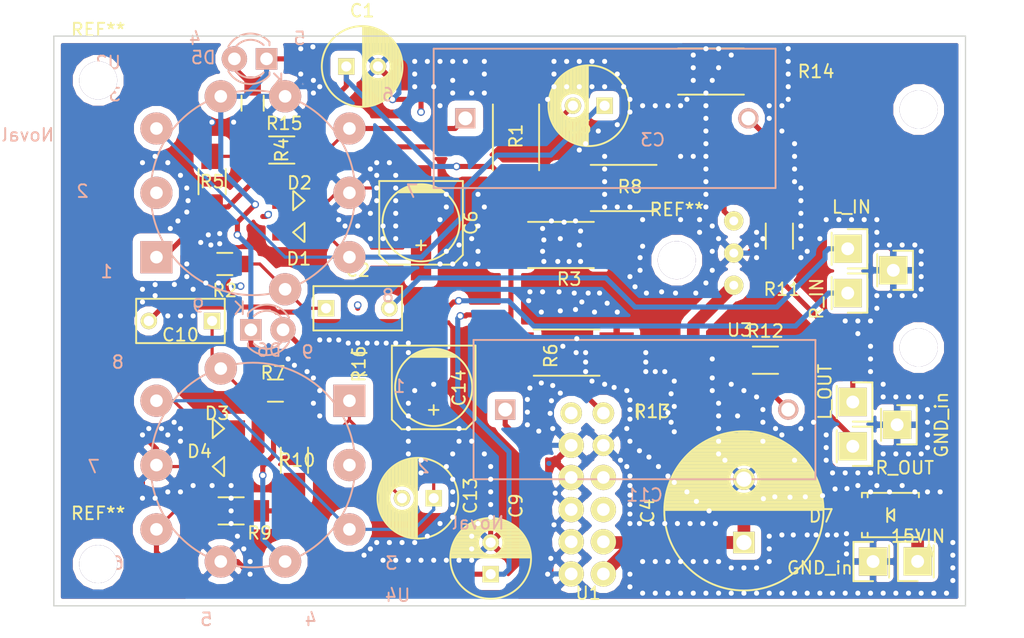
<source format=kicad_pcb>
(kicad_pcb (version 4) (host pcbnew "(2015-04-22 BZR 5620)-product")
  (layers (0 F.Cu signal) (31 B.Cu signal) (34 B.Paste user) (35 F.Paste user) (36 B.SilkS user) (37 F.SilkS user) (38 B.Mask user) (39 F.Mask user) (44 Edge.Cuts user))
  (net 0 "")
  (net 1 GND)
  (net 2 "Net-(C2-Pad1)")
  (net 3 "Net-(C2-Pad2)")
  (net 4 "Net-(C3-Pad2)")
  (net 5 +15V)
  (net 6 "Net-(C5-Pad1)")
  (net 7 "Net-(C10-Pad1)")
  (net 8 "Net-(C10-Pad2)")
  (net 9 "Net-(C11-Pad2)")
  (net 10 "Net-(C13-Pad1)")
  (net 11 "Net-(D1-Pad2)")
  (net 12 "Net-(D3-Pad2)")
  (net 13 "Net-(U1-Pad1)")
  (net 14 "Net-(U1-Pad9)")
  (net 15 "Net-(U1-Pad10)")
  (net 16 /HV)
  (net 17 /HV_sig_L)
  (net 18 /HV_screen_L)
  (net 19 /HV_sig_R)
  (net 20 /HV_screenR)
  (net 21 "Net-(P1-Pad1)")
  (net 22 "Net-(P5-Pad1)")
  (net 23 "Net-(D5-Pad1)")
  (net 24 "Net-(D5-Pad2)")
  (net 25 "Net-(D6-Pad2)")
  (net 26 "Net-(R14-Pad1)")
  (net 27 /15IN)
  (module Mounting_Holes:MountingHole_3mm (layer F.Cu) (at 95.5 116.7)
    (fp_text reference REF** (at 0 -4.0005) (layer F.SilkS))
    (fp_text value MountingHole_3mm)
    (pad 1 thru_hole circle (at 0 0) (size 3 3) (drill 3) (layers))
  )
  (module Mounting_Holes:MountingHole_3mm (layer F.Cu) (at 95.5 78.5)
    (fp_text reference REF** (at 0 -4.0005) (layer F.SilkS))
    (fp_text value MountingHole_3mm)
    (pad 1 thru_hole circle (at 0 0) (size 3 3) (drill 3) (layers))
  )
  (module Capacitors_ThroughHole:C_Radial_D12.5_L25_P5 (layer F.Cu) (at 146.5 115 90)
    (fp_text reference C4 (at 2.5 -7.6 90) (layer F.SilkS))
    (fp_text value 330µ)
    (pad 2 thru_hole circle (at 5 0 90) (size 1.7 1.7) (drill 1.2) (layers *.Cu *.Mask F.SilkS) (net 1 GND))
    (pad 1 thru_hole rect (at 0 0 90) (size 1.7 1.7) (drill 1.2) (layers *.Cu *.Mask F.SilkS) (net 5 +15V))
  )
  (module Pin_Headers:Pin_Header_Straight_1x01 (layer F.Cu) (at 155.1 103.9 270)
    (fp_text reference P1 hide)
    (fp_text value L_OUT (at -0.8 2.2 270) (layer F.SilkS))
    (pad 1 thru_hole rect (at 0 0 270) (size 2.2352 2.2352) (drill 1.016) (layers *.Cu *.Mask F.SilkS) (net 21 "Net-(P1-Pad1)"))
  )
  (module Resistors_SMD:R_2512_HandSoldering (layer F.Cu) (at 132.05 91.5 180)
    (fp_text reference R3 (at -0.65 -2.7 180) (layer F.SilkS))
    (fp_text value 82k)
    (pad 1 smd rect (at -3.95 0 180) (size 2.7 3.2) (layers F.Cu F.Paste F.Mask) (net 1 GND))
    (pad 2 smd rect (at 3.95 0 180) (size 2.7 3.2) (layers F.Cu F.Paste F.Mask) (net 16 /HV))
  )
  (module Resistors_SMD:R_2512_HandSoldering (layer F.Cu) (at 128.5 83 270)
    (fp_text reference R1 (at -0.1 0 270) (layer F.SilkS))
    (fp_text value 82k)
    (pad 1 smd rect (at -3.95 0 270) (size 2.7 3.2) (layers F.Cu F.Paste F.Mask) (net 1 GND))
    (pad 2 smd rect (at 3.95 0 270) (size 2.7 3.2) (layers F.Cu F.Paste F.Mask) (net 16 /HV))
  )
  (module Resistors_SMD:R_2512_HandSoldering (layer F.Cu) (at 137 87 180)
    (fp_text reference R8 (at -0.5 0.1 180) (layer F.SilkS))
    (fp_text value 82k)
    (pad 1 smd rect (at -3.95 0 180) (size 2.7 3.2) (layers F.Cu F.Paste F.Mask) (net 1 GND))
    (pad 2 smd rect (at 3.95 0 180) (size 2.7 3.2) (layers F.Cu F.Paste F.Mask) (net 16 /HV))
  )
  (module Pin_Headers:Pin_Header_Straight_1x01 (layer F.Cu) (at 155.1 107.4 270)
    (fp_text reference P5 hide)
    (fp_text value R_OUT (at 1.7 -4.1 360) (layer F.SilkS))
    (pad 1 thru_hole rect (at 0 0 270) (size 2.2352 2.2352) (drill 1.016) (layers *.Cu *.Mask F.SilkS) (net 22 "Net-(P5-Pad1)"))
  )
  (module Pin_Headers:Pin_Header_Straight_1x01 (layer F.Cu) (at 156.7 116.5 90)
    (fp_text reference P7)
    (fp_text value GND_in (at -0.5 -4.2 180) (layer F.SilkS))
    (pad 1 thru_hole rect (at 0 0 90) (size 2.2352 2.2352) (drill 1.016) (layers *.Cu *.Mask F.SilkS) (net 1 GND))
  )
  (module Valves:VALVE-NOVAL_P (layer B.Cu) (at 107.724 87.38 180)
    (fp_text reference U2 (at 11.43 10.287 180) (layer B.SilkS) (effects (justify mirror)))
    (fp_text value EF86)
    (fp_text user 1 (at 11.557 -6.223 180) (layer B.SilkS) (effects (justify mirror)))
    (fp_text user 2 (at 13.462 0.127 180) (layer B.SilkS) (effects (justify mirror)))
    (fp_text user 3 (at 10.922 7.747 180) (layer B.SilkS) (effects (justify mirror)))
    (fp_text user 4 (at 4.572 12.192 180) (layer B.SilkS) (effects (justify mirror)))
    (fp_text user 5 (at -3.683 12.192 180) (layer B.SilkS) (effects (justify mirror)))
    (fp_text user 6 (at -10.668 7.747 180) (layer B.SilkS) (effects (justify mirror)))
    (fp_text user 7 (at -12.573 0.127 180) (layer B.SilkS) (effects (justify mirror)))
    (fp_text user 8 (at -10.668 -8.128 180) (layer B.SilkS) (effects (justify mirror)))
    (fp_text user 9 (at -4.318 -12.573 180) (layer B.SilkS) (effects (justify mirror)))
    (fp_text user Noval (at 17.78 4.572 180) (layer B.SilkS) (effects (justify mirror)))
    (pad 1 thru_hole rect (at 7.62 -5.08 180) (size 2.54 2.54) (drill 0.99822) (layers *.Cu B.Paste B.SilkS B.Mask) (net 18 /HV_screen_L))
    (pad 2 thru_hole circle (at 7.62 0 180) (size 2.54 5.08) (drill 0.99822) (layers *.Cu B.Paste B.SilkS B.Mask))
    (pad 3 thru_hole circle (at 7.62 5.08 180) (size 2.54 5.08) (drill 0.99822) (layers *.Cu B.Paste B.SilkS B.Mask) (net 6 "Net-(C5-Pad1)"))
    (pad 4 thru_hole circle (at 2.54 7.62 180) (size 2.54 5.08) (drill 0.99822) (layers *.Cu B.Paste B.SilkS B.Mask) (net 23 "Net-(D5-Pad1)"))
    (pad 5 thru_hole circle (at -2.54 7.62 180) (size 2.54 5.08) (drill 0.99822) (layers *.Cu B.Paste B.SilkS B.Mask) (net 1 GND))
    (pad 6 thru_hole circle (at -7.62 5.08 180) (size 2.54 5.08) (drill 0.99822) (layers *.Cu B.Paste B.SilkS B.Mask) (net 17 /HV_sig_L))
    (pad 7 thru_hole circle (at -7.62 0 180) (size 2.54 5.08) (drill 0.99822) (layers *.Cu B.Paste B.SilkS B.Mask) (net 1 GND))
    (pad 8 thru_hole circle (at -7.62 -5.08 180) (size 2.54 5.08) (drill 0.99822) (layers *.Cu B.Paste B.SilkS B.Mask) (net 6 "Net-(C5-Pad1)"))
    (pad 9 thru_hole circle (at -2.54 -7.62 180) (size 2.54 5.08) (drill 0.99822) (layers *.Cu B.Paste B.SilkS B.Mask) (net 2 "Net-(C2-Pad1)"))
  )
  (module Valves:VALVE-NOVAL_P (layer B.Cu) (at 107.724 108.88)
    (fp_text reference U4 (at 11.43 10.287) (layer B.SilkS) (effects (justify mirror)))
    (fp_text value EF86)
    (fp_text user 1 (at 11.557 -6.223) (layer B.SilkS) (effects (justify mirror)))
    (fp_text user 2 (at 13.462 0.127) (layer B.SilkS) (effects (justify mirror)))
    (fp_text user 3 (at 10.922 7.747) (layer B.SilkS) (effects (justify mirror)))
    (fp_text user 4 (at 4.572 12.192) (layer B.SilkS) (effects (justify mirror)))
    (fp_text user 5 (at -3.683 12.192) (layer B.SilkS) (effects (justify mirror)))
    (fp_text user 6 (at -10.668 7.747) (layer B.SilkS) (effects (justify mirror)))
    (fp_text user 7 (at -12.573 0.127) (layer B.SilkS) (effects (justify mirror)))
    (fp_text user 8 (at -10.668 -8.128) (layer B.SilkS) (effects (justify mirror)))
    (fp_text user 9 (at -4.318 -12.573) (layer B.SilkS) (effects (justify mirror)))
    (fp_text user Noval (at 17.78 4.572) (layer B.SilkS) (effects (justify mirror)))
    (pad 1 thru_hole rect (at 7.62 -5.08) (size 2.54 2.54) (drill 0.99822) (layers *.Cu B.Paste B.SilkS B.Mask) (net 20 /HV_screenR))
    (pad 2 thru_hole circle (at 7.62 0) (size 2.54 5.08) (drill 0.99822) (layers *.Cu B.Paste B.SilkS B.Mask))
    (pad 3 thru_hole circle (at 7.62 5.08) (size 2.54 5.08) (drill 0.99822) (layers *.Cu B.Paste B.SilkS B.Mask) (net 10 "Net-(C13-Pad1)"))
    (pad 4 thru_hole circle (at 2.54 7.62) (size 2.54 5.08) (drill 0.99822) (layers *.Cu B.Paste B.SilkS B.Mask) (net 23 "Net-(D5-Pad1)"))
    (pad 5 thru_hole circle (at -2.54 7.62) (size 2.54 5.08) (drill 0.99822) (layers *.Cu B.Paste B.SilkS B.Mask) (net 1 GND))
    (pad 6 thru_hole circle (at -7.62 5.08) (size 2.54 5.08) (drill 0.99822) (layers *.Cu B.Paste B.SilkS B.Mask) (net 19 /HV_sig_R))
    (pad 7 thru_hole circle (at -7.62 0) (size 2.54 5.08) (drill 0.99822) (layers *.Cu B.Paste B.SilkS B.Mask) (net 1 GND))
    (pad 8 thru_hole circle (at -7.62 -5.08) (size 2.54 5.08) (drill 0.99822) (layers *.Cu B.Paste B.SilkS B.Mask) (net 10 "Net-(C13-Pad1)"))
    (pad 9 thru_hole circle (at -2.54 -7.62) (size 2.54 5.08) (drill 0.99822) (layers *.Cu B.Paste B.SilkS B.Mask) (net 7 "Net-(C10-Pad1)"))
  )
  (module Pin_Headers:Pin_Header_Straight_1x01 (layer F.Cu) (at 158.6 105.7 270)
    (fp_text reference P3 hide)
    (fp_text value GND_in (at 0 -3.5 270) (layer F.SilkS))
    (pad 1 thru_hole rect (at 0 0 270) (size 2.2352 2.2352) (drill 1.016) (layers *.Cu *.Mask F.SilkS) (net 1 GND))
  )
  (module Pin_Headers:Pin_Header_Straight_1x01 (layer F.Cu) (at 158.3 93.5 270)
    (fp_text reference P8 hide)
    (fp_text value GND_in)
    (pad 1 thru_hole rect (at 0 0 270) (size 2.2352 2.2352) (drill 1.016) (layers *.Cu *.Mask F.SilkS) (net 1 GND))
  )
  (module Pin_Headers:Pin_Header_Straight_1x01 (layer F.Cu) (at 160.22 116.49 90)
    (fp_text reference P4)
    (fp_text value 15VIN (at 1.99 0.03 180) (layer F.SilkS))
    (pad 1 thru_hole rect (at 0 0 90) (size 2.2352 2.2352) (drill 1.016) (layers *.Cu *.Mask F.SilkS) (net 27 /15IN))
  )
  (module Pin_Headers:Pin_Header_Straight_1x01 (layer F.Cu) (at 154.7 95.3 270)
    (fp_text reference P6)
    (fp_text value R_IN (at 0.45 2.45 270) (layer F.SilkS))
    (pad 1 thru_hole rect (at 0 0 270) (size 2.2352 2.2352) (drill 1.016) (layers *.Cu *.Mask F.SilkS) (net 8 "Net-(C10-Pad2)"))
  )
  (module Pin_Headers:Pin_Header_Straight_1x01 (layer F.Cu) (at 154.7 91.8 270)
    (fp_text reference P2)
    (fp_text value L_IN (at -3.3 -0.3 360) (layer F.SilkS))
    (pad 1 thru_hole rect (at 0 0 270) (size 2.2352 2.2352) (drill 1.016) (layers *.Cu *.Mask F.SilkS) (net 3 "Net-(C2-Pad2)"))
  )
  (module Mounting_Holes:MountingHole_3mm (layer F.Cu) (at 160.3 80.8)
    (fp_text reference REF** hide)
    (fp_text value MountingHole_3mm)
    (pad 1 thru_hole circle (at 0 0) (size 3 3) (drill 3) (layers))
  )
  (module Resistors_SMD:R_2512_HandSoldering (layer F.Cu) (at 132.5 100 180)
    (fp_text reference R6 (at 1.25 -0.25 270) (layer F.SilkS))
    (fp_text value 82k)
    (pad 1 smd rect (at -3.95 0 180) (size 2.7 3.2) (layers F.Cu F.Paste F.Mask) (net 1 GND))
    (pad 2 smd rect (at 3.95 0 180) (size 2.7 3.2) (layers F.Cu F.Paste F.Mask) (net 16 /HV))
  )
  (module Capacitors_ThroughHole:C_Radial_D6.3_L11.2_P2.5 (layer F.Cu) (at 126.5 117.5 90)
    (fp_text reference C9 (at 5.4 2 270) (layer F.SilkS))
    (fp_text value 1µ)
    (pad 2 thru_hole circle (at 2.5 0 90) (size 1.3 1.3) (drill 0.8) (layers *.Cu *.Mask F.SilkS) (net 1 GND))
    (pad 1 thru_hole rect (at 0 0 90) (size 1.3 1.3) (drill 0.8) (layers *.Cu *.Mask F.SilkS) (net 16 /HV))
  )
  (module Resistors_SMD:R_1206_HandSoldering (layer F.Cu) (at 106 112.5 180)
    (fp_text reference R9 (at -2.25 -1.75 180) (layer F.SilkS))
    (fp_text value 100k)
    (pad 1 smd rect (at -2 0 180) (size 2 1.7) (layers F.Cu F.Paste F.Mask) (net 16 /HV))
    (pad 2 smd rect (at 2 0 180) (size 2 1.7) (layers F.Cu F.Paste F.Mask) (net 19 /HV_sig_R))
  )
  (module Capacitors_ThroughHole:C_Rect_L27_W11_P22 (layer B.Cu) (at 127.648 104.5)
    (fp_text reference C11 (at 11 6.75) (layer B.SilkS) (effects (justify mirror)))
    (fp_text value 1µ)
    (pad 1 thru_hole rect (at 0 0) (size 1.6 1.6) (drill 1.1) (layers *.Cu *.Mask B.SilkS) (net 19 /HV_sig_R))
    (pad 2 thru_hole circle (at 22.352 0) (size 1.6 1.6) (drill 1.1) (layers *.Cu *.Mask B.SilkS) (net 9 "Net-(C11-Pad2)"))
  )
  (module Capacitors_ThroughHole:C_Rect_L27_W11_P22 (layer B.Cu) (at 124.5 81.5)
    (fp_text reference C3 (at 14.8 1.7) (layer B.SilkS) (effects (justify mirror)))
    (fp_text value 1µ)
    (pad 1 thru_hole rect (at 0 0) (size 1.6 1.6) (drill 1.1) (layers *.Cu *.Mask B.SilkS) (net 17 /HV_sig_L))
    (pad 2 thru_hole circle (at 22.352 0) (size 1.6 1.6) (drill 1.1) (layers *.Cu *.Mask B.SilkS) (net 4 "Net-(C3-Pad2)"))
  )
  (module Resistors_SMD:R_1206_HandSoldering (layer F.Cu) (at 111 108.5 90)
    (fp_text reference R10 (at 0 0.2 180) (layer F.SilkS))
    (fp_text value 470k)
    (pad 1 smd rect (at -2 0 90) (size 2 1.7) (layers F.Cu F.Paste F.Mask) (net 16 /HV))
    (pad 2 smd rect (at 2 0 90) (size 2 1.7) (layers F.Cu F.Paste F.Mask) (net 20 /HV_screenR))
  )
  (module switch:TSR0.5 (layer F.Cu) (at 143.16 97.22)
    (fp_text reference U3 (at 3 1) (layer F.SilkS))
    (fp_text value TSR0.5)
    (pad 1 thru_hole circle (at 2.54 -2.54) (size 1.524 1.524) (drill 0.7) (layers *.Cu *.Mask F.SilkS) (net 5 +15V))
    (pad 2 thru_hole circle (at 2.54 -5.08) (size 1.524 1.524) (drill 0.7) (layers *.Cu *.Mask F.SilkS) (net 1 GND))
    (pad 3 thru_hole circle (at 2.54 -7.62) (size 1.524 1.524) (drill 0.7) (layers *.Cu *.Mask F.SilkS) (net 26 "Net-(R14-Pad1)"))
  )
  (module Mounting_Holes:MountingHole_3mm (layer F.Cu) (at 160.3 99.6)
    (fp_text reference REF** hide)
    (fp_text value MountingHole_3mm)
    (pad 1 thru_hole circle (at 0 0) (size 3 3) (drill 3) (layers))
  )
  (module Capacitors_ThroughHole:C_Rect_L7_W3.5_P5 (layer F.Cu) (at 113.5 96.5)
    (fp_text reference C2 (at 2.5 -3) (layer F.SilkS))
    (fp_text value 1µ)
    (pad 1 thru_hole rect (at 0 0) (size 1.3 1.3) (drill 0.8) (layers *.Cu *.Mask F.SilkS) (net 2 "Net-(C2-Pad1)"))
    (pad 2 thru_hole circle (at 5 0) (size 1.3 1.3) (drill 0.8) (layers *.Cu *.Mask F.SilkS) (net 3 "Net-(C2-Pad2)"))
  )
  (module Resistors_SMD:R_0805_HandSoldering (layer F.Cu) (at 105.5 93 180)
    (fp_text reference R2 (at 0 -2.1 180) (layer F.SilkS))
    (fp_text value 1M)
    (pad 1 smd rect (at -1.35 0 180) (size 1.5 1.3) (layers F.Cu F.Paste F.Mask) (net 2 "Net-(C2-Pad1)"))
    (pad 2 smd rect (at 1.35 0 180) (size 1.5 1.3) (layers F.Cu F.Paste F.Mask) (net 1 GND))
  )
  (module Capacitors_ThroughHole:C_Rect_L7_W3.5_P5 (layer F.Cu) (at 104.5 97.5 180)
    (fp_text reference C10 (at 2.5 -1.1 180) (layer F.SilkS))
    (fp_text value 1µ)
    (pad 1 thru_hole rect (at 0 0 180) (size 1.3 1.3) (drill 0.8) (layers *.Cu *.Mask F.SilkS) (net 7 "Net-(C10-Pad1)"))
    (pad 2 thru_hole circle (at 5 0 180) (size 1.3 1.3) (drill 0.8) (layers *.Cu *.Mask F.SilkS) (net 8 "Net-(C10-Pad2)"))
  )
  (module Resistors_SMD:R_0805_HandSoldering (layer F.Cu) (at 109.5 103)
    (fp_text reference R7 (at -0.2 -1.4) (layer F.SilkS))
    (fp_text value 1M)
    (pad 1 smd rect (at -1.35 0) (size 1.5 1.3) (layers F.Cu F.Paste F.Mask) (net 7 "Net-(C10-Pad1)"))
    (pad 2 smd rect (at 1.35 0) (size 1.5 1.3) (layers F.Cu F.Paste F.Mask) (net 1 GND))
  )
  (module Resistors_SMD:R_1206_HandSoldering (layer F.Cu) (at 104.5 86.5 270)
    (fp_text reference R5 (at 0 0 360) (layer F.SilkS))
    (fp_text value 470k)
    (pad 1 smd rect (at -2 0 270) (size 2 1.7) (layers F.Cu F.Paste F.Mask) (net 16 /HV))
    (pad 2 smd rect (at 2 0 270) (size 2 1.7) (layers F.Cu F.Paste F.Mask) (net 18 /HV_screen_L))
  )
  (module Capacitors_ThroughHole:C_Radial_D6.3_L11.2_P2.5 (layer F.Cu) (at 115.1 77.4)
    (fp_text reference C1 (at 1.25 -4.4) (layer F.SilkS))
    (fp_text value 1µ)
    (pad 2 thru_hole circle (at 2.5 0) (size 1.3 1.3) (drill 0.8) (layers *.Cu *.Mask F.SilkS) (net 1 GND))
    (pad 1 thru_hole rect (at 0 0) (size 1.3 1.3) (drill 0.8) (layers *.Cu *.Mask F.SilkS) (net 16 /HV))
  )
  (module Resistors_SMD:R_1206_HandSoldering (layer F.Cu) (at 110 84)
    (fp_text reference R4 (at 0 0 90) (layer F.SilkS))
    (fp_text value 100k)
    (pad 1 smd rect (at -2 0) (size 2 1.7) (layers F.Cu F.Paste F.Mask) (net 16 /HV))
    (pad 2 smd rect (at 2 0) (size 2 1.7) (layers F.Cu F.Paste F.Mask) (net 17 /HV_sig_L))
  )
  (module Mounting_Holes:MountingHole_3mm (layer F.Cu) (at 141.2 92.7)
    (fp_text reference REF** (at 0 -4.0005) (layer F.SilkS))
    (fp_text value MountingHole_3mm)
    (pad 1 thru_hole circle (at 0 0) (size 3 3) (drill 3) (layers))
  )
  (module Capacitors_ThroughHole:C_Radial_D6.3_L11.2_P2.5 (layer F.Cu) (at 135.5 80.5 180)
    (fp_text reference C5 (at 2 -1.7 180) (layer F.SilkS))
    (fp_text value 1µ)
    (pad 2 thru_hole circle (at 2.5 0 180) (size 1.3 1.3) (drill 0.8) (layers *.Cu *.Mask F.SilkS) (net 18 /HV_screen_L))
    (pad 1 thru_hole rect (at 0 0 180) (size 1.3 1.3) (drill 0.8) (layers *.Cu *.Mask F.SilkS) (net 6 "Net-(C5-Pad1)"))
  )
  (module Capacitors_ThroughHole:C_Radial_D6.3_L11.2_P2.5 (layer F.Cu) (at 122 111.5 180)
    (fp_text reference C13 (at -2.9 0.2 270) (layer F.SilkS))
    (fp_text value 1µ)
    (pad 2 thru_hole circle (at 2.5 0 180) (size 1.3 1.3) (drill 0.8) (layers *.Cu *.Mask F.SilkS) (net 20 /HV_screenR))
    (pad 1 thru_hole rect (at 0 0 180) (size 1.3 1.3) (drill 0.8) (layers *.Cu *.Mask F.SilkS) (net 10 "Net-(C13-Pad1)"))
  )
  (module Capacitors_SMD:c_elec_6.3x7.7 (layer F.Cu) (at 121 89.74918 270)
    (fp_text reference C6 (at 0 -3.937 270) (layer F.SilkS))
    (fp_text value 330µ)
    (pad 1 smd rect (at 2.75082 0 270) (size 3.59918 1.6002) (layers F.Cu F.Paste F.Mask) (net 6 "Net-(C5-Pad1)"))
    (pad 2 smd rect (at -2.75082 0 270) (size 3.59918 1.6002) (layers F.Cu F.Paste F.Mask) (net 1 GND))
  )
  (module Capacitors_SMD:c_elec_6.3x7.7 (layer F.Cu) (at 122 102.74918 270)
    (fp_text reference C14 (at 0.05082 -2 270) (layer F.SilkS))
    (fp_text value 330µ)
    (pad 1 smd rect (at 2.75082 0 270) (size 3.59918 1.6002) (layers F.Cu F.Paste F.Mask) (net 10 "Net-(C13-Pad1)"))
    (pad 2 smd rect (at -2.75082 0 270) (size 3.59918 1.6002) (layers F.Cu F.Paste F.Mask) (net 1 GND))
  )
  (module switch:D_0805_HandSoldering (layer F.Cu) (at 111.35 90.5 180)
    (fp_text reference D1 (at 0 -2.1 180) (layer F.SilkS))
    (fp_text value D)
    (pad 1 smd rect (at -1.35 0 180) (size 1.5 1.3) (layers F.Cu F.Paste F.Mask) (net 6 "Net-(C5-Pad1)"))
    (pad 2 smd rect (at 1.35 0 180) (size 1.5 1.3) (layers F.Cu F.Paste F.Mask) (net 11 "Net-(D1-Pad2)"))
  )
  (module switch:D_0805_HandSoldering (layer F.Cu) (at 111.35 88)
    (fp_text reference D2 (at 0.05 -1.4) (layer F.SilkS))
    (fp_text value D)
    (pad 1 smd rect (at -1.35 0) (size 1.5 1.3) (layers F.Cu F.Paste F.Mask) (net 11 "Net-(D1-Pad2)"))
    (pad 2 smd rect (at 1.35 0) (size 1.5 1.3) (layers F.Cu F.Paste F.Mask) (net 1 GND))
  )
  (module switch:D_0805_HandSoldering (layer F.Cu) (at 105 106)
    (fp_text reference D3 (at -0.1 -1.2) (layer F.SilkS))
    (fp_text value D)
    (pad 1 smd rect (at -1.35 0) (size 1.5 1.3) (layers F.Cu F.Paste F.Mask) (net 10 "Net-(C13-Pad1)"))
    (pad 2 smd rect (at 1.35 0) (size 1.5 1.3) (layers F.Cu F.Paste F.Mask) (net 12 "Net-(D3-Pad2)"))
  )
  (module switch:D_0805_HandSoldering (layer F.Cu) (at 105 109 180)
    (fp_text reference D4 (at 1.5 1.2 180) (layer F.SilkS))
    (fp_text value D)
    (pad 1 smd rect (at -1.35 0 180) (size 1.5 1.3) (layers F.Cu F.Paste F.Mask) (net 12 "Net-(D3-Pad2)"))
    (pad 2 smd rect (at 1.35 0 180) (size 1.5 1.3) (layers F.Cu F.Paste F.Mask) (net 1 GND))
  )
  (module Resistors_SMD:R_1206_HandSoldering (layer F.Cu) (at 149.3 90.8 270)
    (fp_text reference R11 (at 4.2 -0.2 540) (layer F.SilkS))
    (fp_text value 100k)
    (pad 1 smd rect (at -2 0 270) (size 2 1.7) (layers F.Cu F.Paste F.Mask) (net 4 "Net-(C3-Pad2)"))
    (pad 2 smd rect (at 2 0 270) (size 2 1.7) (layers F.Cu F.Paste F.Mask) (net 21 "Net-(P1-Pad1)"))
  )
  (module Resistors_SMD:R_1206_HandSoldering (layer F.Cu) (at 148.2 100.6)
    (fp_text reference R12 (at 0 -2.3) (layer F.SilkS))
    (fp_text value 100k)
    (pad 1 smd rect (at -2 0) (size 2 1.7) (layers F.Cu F.Paste F.Mask) (net 9 "Net-(C11-Pad2)"))
    (pad 2 smd rect (at 2 0) (size 2 1.7) (layers F.Cu F.Paste F.Mask) (net 22 "Net-(P5-Pad1)"))
  )
  (module Resistors_SMD:R_0805_HandSoldering (layer F.Cu) (at 139 104.65 90)
    (fp_text reference R13 (at 0 0.25 180) (layer F.SilkS))
    (fp_text value 10k)
    (pad 1 smd rect (at -1.35 0 90) (size 1.5 1.3) (layers F.Cu F.Paste F.Mask) (net 5 +15V))
    (pad 2 smd rect (at 1.35 0 90) (size 1.5 1.3) (layers F.Cu F.Paste F.Mask) (net 1 GND))
  )
  (module Resistors_SMD:R_2512_HandSoldering (layer F.Cu) (at 143.9 77.8 180)
    (fp_text reference R14 (at -8.3 0 180) (layer F.SilkS))
    (fp_text value 1)
    (pad 1 smd rect (at -3.95 0 180) (size 2.7 3.2) (layers F.Cu F.Paste F.Mask) (net 26 "Net-(R14-Pad1)"))
    (pad 2 smd rect (at 3.95 0 180) (size 2.7 3.2) (layers F.Cu F.Paste F.Mask) (net 23 "Net-(D5-Pad1)"))
  )
  (module Resistors_SMD:R_0805_HandSoldering (layer F.Cu) (at 107.7 80.3 270)
    (fp_text reference R15 (at 1.6 -2.5 360) (layer F.SilkS))
    (fp_text value 1k)
    (pad 1 smd rect (at -1.35 0 270) (size 1.5 1.3) (layers F.Cu F.Paste F.Mask) (net 24 "Net-(D5-Pad2)"))
    (pad 2 smd rect (at 1.35 0 270) (size 1.5 1.3) (layers F.Cu F.Paste F.Mask) (net 1 GND))
  )
  (module LEDs:LED-3MM (layer B.Cu) (at 108.8 76.8 180)
    (fp_text reference D5 (at 5 0.1 180) (layer B.SilkS) (effects (justify mirror)))
    (fp_text value LED)
    (fp_text user K (at -0.9 -1.7 180) (layer B.SilkS) (effects (justify mirror)))
    (pad 1 thru_hole rect (at 0 0 90) (size 1.69926 1.69926) (drill 1.00076) (layers *.Cu *.Mask B.SilkS) (net 23 "Net-(D5-Pad1)"))
    (pad 2 thru_hole circle (at 2.54 0 180) (size 1.99898 1.99898) (drill 1.00076) (layers *.Cu *.Mask B.SilkS) (net 24 "Net-(D5-Pad2)"))
  )
  (module LEDs:LED-3MM (layer B.Cu) (at 107.56 98.2)
    (fp_text reference D6 (at 1.44 1.6) (layer B.SilkS) (effects (justify mirror)))
    (fp_text value LED)
    (fp_text user K (at -0.9 -1.7) (layer B.SilkS) (effects (justify mirror)))
    (pad 1 thru_hole rect (at 0 0 270) (size 1.69926 1.69926) (drill 1.00076) (layers *.Cu *.Mask B.SilkS) (net 23 "Net-(D5-Pad1)"))
    (pad 2 thru_hole circle (at 2.54 0) (size 1.99898 1.99898) (drill 1.00076) (layers *.Cu *.Mask B.SilkS) (net 25 "Net-(D6-Pad2)"))
  )
  (module switch:PSU1363 (layer F.Cu) (at 132.86 117.28)
    (fp_text reference U1 (at 1.34 1.72) (layer F.SilkS))
    (fp_text value 1363HVSMPS)
    (pad 1 thru_hole circle (at 0 -12.5) (size 1.7 1.7) (drill 1) (layers *.Cu *.Mask F.SilkS) (net 13 "Net-(U1-Pad1)"))
    (pad 7 thru_hole circle (at 2.54 -12.5) (size 1.7 1.7) (drill 1) (layers *.Cu *.Mask F.SilkS) (net 16 /HV))
    (pad 2 thru_hole circle (at 0 -9.96) (size 2 2) (drill 1) (layers *.Cu *.Mask F.SilkS) (net 1 GND))
    (pad 8 thru_hole circle (at 2.54 -9.96) (size 1.7 1.7) (drill 1) (layers *.Cu *.Mask F.SilkS) (net 1 GND))
    (pad 3 thru_hole circle (at 0 -7.42) (size 2 2) (drill 1) (layers *.Cu *.Mask F.SilkS) (net 1 GND))
    (pad 9 thru_hole circle (at 2.54 -7.42) (size 2 2) (drill 1) (layers *.Cu *.Mask F.SilkS) (net 14 "Net-(U1-Pad9)"))
    (pad 4 thru_hole circle (at 0 -4.88) (size 2 2) (drill 1) (layers *.Cu *.Mask F.SilkS) (net 1 GND))
    (pad 10 thru_hole circle (at 2.54 -4.88) (size 2 2) (drill 1) (layers *.Cu *.Mask F.SilkS) (net 15 "Net-(U1-Pad10)"))
    (pad 5 thru_hole circle (at 0 -2.34) (size 2 2) (drill 1) (layers *.Cu *.Mask F.SilkS) (net 1 GND))
    (pad 11 thru_hole circle (at 2.54 -2.34) (size 2 2) (drill 1) (layers *.Cu *.Mask F.SilkS) (net 5 +15V))
    (pad 6 thru_hole circle (at 0 0.2) (size 2 2) (drill 1) (layers *.Cu *.Mask F.SilkS) (net 1 GND))
    (pad 12 thru_hole circle (at 2.54 0.2) (size 2 2) (drill 1) (layers *.Cu *.Mask F.SilkS) (net 5 +15V))
  )
  (module Resistors_SMD:R_0805_HandSoldering (layer F.Cu) (at 116.1 100.9)
    (fp_text reference R16 (at 0 0 90) (layer F.SilkS))
    (fp_text value 1k)
    (pad 1 smd rect (at -1.35 0) (size 1.5 1.3) (layers F.Cu F.Paste F.Mask) (net 25 "Net-(D6-Pad2)"))
    (pad 2 smd rect (at 1.35 0) (size 1.5 1.3) (layers F.Cu F.Paste F.Mask) (net 1 GND))
  )
  (module Diodes_SMD:Diode-SMA_Handsoldering (layer F.Cu) (at 158.07064 112.83)
    (fp_text reference D7 (at -5.47064 0.07 180) (layer F.SilkS))
    (fp_text value D_S)
    (fp_text user A (at 3.05 2.85) (layer F.SilkS))
    (pad 1 smd rect (at -2.49936 0) (size 3.50012 1.80086) (layers F.Cu F.Paste F.Mask) (net 5 +15V))
    (pad 2 smd rect (at 2.49936 0) (size 3.50012 1.80086) (layers F.Cu F.Paste F.Mask) (net 27 /15IN))
  )
  (gr_line (start 164 75) (end 92 75) (layer Edge.Cuts) (width 0.1))
  (gr_line (start 164 120) (end 164 75) (layer Edge.Cuts) (width 0.1))
  (gr_line (start 92 120) (end 164 120) (layer Edge.Cuts) (width 0.1))
  (gr_line (start 92 120) (end 92 75) (layer Edge.Cuts) (width 0.1))
  (via (at 118.75 80) (size 0.6) (drill 0.4) (layers F.Cu B.Cu) (net 0))
  (segment (start 119.25 79.5) (end 118.75 80) (width 0.4) (layer B.Cu) (net 0))
  (segment (start 119.25 77.5) (end 119.25 79.5) (width 0.4) (layer B.Cu) (net 0))
  (segment (start 118.75 80) (end 121 80) (width 0.4) (layer F.Cu) (net 0))
  (via (at 121 81) (size 0.6) (drill 0.4) (layers F.Cu B.Cu) (net 0))
  (segment (start 121 80) (end 121 81) (width 0.4) (layer F.Cu) (net 0))
  (via (at 108.927993 89.10081) (size 0.6) (drill 0.4) (layers F.Cu B.Cu) (net 0))
  (segment (start 108.778803 89.25) (end 108.927993 89.10081) (width 0.4) (layer F.Cu) (net 0))
  (segment (start 108.5 89.25) (end 108.778803 89.25) (width 0.4) (layer F.Cu) (net 0))
  (segment (start 108.927993 89.10081) (end 109.028803 89) (width 0.4) (layer B.Cu) (net 0))
  (via (at 106.75 94.75) (size 0.6) (drill 0.4) (layers F.Cu B.Cu) (net 0))
  (segment (start 106.25 94.75) (end 106.75 94.75) (width 0.4) (layer B.Cu) (net 0))
  (segment (start 106.75 94.75) (end 106.5 94.75) (width 0.4) (layer F.Cu) (net 0))
  (via (at 116 96.25) (size 0.6) (drill 0.4) (layers F.Cu B.Cu) (net 0))
  (segment (start 116 96.5) (end 116 96.25) (width 0.4) (layer F.Cu) (net 0))
  (segment (start 131.097376 108.747366) (end 131.10001 108.75) (width 0.4) (layer B.Cu) (net 0))
  (segment (start 130.751825 107.248175) (end 131.097376 107.593726) (width 0.4) (layer F.Cu) (net 0))
  (segment (start 148 107) (end 149 107) (width 0.4) (layer F.Cu) (net 0))
  (segment (start 149 107) (end 150.5 108.5) (width 0.4) (layer F.Cu) (net 0))
  (via (at 150.5 108.5) (size 0.6) (drill 0.4) (layers F.Cu B.Cu) (net 0))
  (segment (start 146 105) (end 148 107) (width 0.4) (layer B.Cu) (net 0))
  (via (at 148 107) (size 0.6) (drill 0.4) (layers F.Cu B.Cu) (net 0))
  (segment (start 145.5 102.5) (end 145.5 104.5) (width 0.4) (layer F.Cu) (net 0))
  (segment (start 145.5 104.5) (end 146 105) (width 0.4) (layer F.Cu) (net 0))
  (via (at 146 105) (size 0.6) (drill 0.4) (layers F.Cu B.Cu) (net 0))
  (segment (start 146.5 103) (end 146 103) (width 0.4) (layer B.Cu) (net 0))
  (segment (start 146 103) (end 145.5 102.5) (width 0.4) (layer B.Cu) (net 0))
  (via (at 145.5 102.5) (size 0.6) (drill 0.4) (layers F.Cu B.Cu) (net 0))
  (segment (start 147.5 103.5) (end 147 103.5) (width 0.4) (layer F.Cu) (net 0))
  (segment (start 147 103.5) (end 146.5 103) (width 0.4) (layer F.Cu) (net 0))
  (via (at 146.5 103) (size 0.6) (drill 0.4) (layers F.Cu B.Cu) (net 0))
  (segment (start 148 104.5) (end 148 104) (width 0.4) (layer B.Cu) (net 0))
  (segment (start 148 104) (end 147.5 103.5) (width 0.4) (layer B.Cu) (net 0))
  (via (at 147.5 103.5) (size 0.6) (drill 0.4) (layers F.Cu B.Cu) (net 0))
  (segment (start 148 105.5) (end 148 104.5) (width 0.4) (layer F.Cu) (net 0))
  (via (at 148 104.5) (size 0.6) (drill 0.4) (layers F.Cu B.Cu) (net 0))
  (segment (start 149 106) (end 148.5 106) (width 0.4) (layer B.Cu) (net 0))
  (segment (start 148.5 106) (end 148 105.5) (width 0.4) (layer B.Cu) (net 0))
  (via (at 148 105.5) (size 0.6) (drill 0.4) (layers F.Cu B.Cu) (net 0))
  (segment (start 149.5 106.5) (end 149 106) (width 0.4) (layer F.Cu) (net 0))
  (via (at 149 106) (size 0.6) (drill 0.4) (layers F.Cu B.Cu) (net 0))
  (segment (start 151 106) (end 150 106) (width 0.4) (layer B.Cu) (net 0))
  (segment (start 150 106) (end 149.5 106.5) (width 0.4) (layer B.Cu) (net 0))
  (via (at 149.5 106.5) (size 0.6) (drill 0.4) (layers F.Cu B.Cu) (net 0))
  (segment (start 152 105.5) (end 151.5 105.5) (width 0.4) (layer F.Cu) (net 0))
  (segment (start 151.5 105.5) (end 151 106) (width 0.4) (layer F.Cu) (net 0))
  (via (at 151 106) (size 0.6) (drill 0.4) (layers F.Cu B.Cu) (net 0))
  (segment (start 153 106.5) (end 152 105.5) (width 0.4) (layer B.Cu) (net 0))
  (via (at 152 105.5) (size 0.6) (drill 0.4) (layers F.Cu B.Cu) (net 0))
  (segment (start 153 107.5) (end 153 106.5) (width 0.4) (layer F.Cu) (net 0))
  (via (at 153 106.5) (size 0.6) (drill 0.4) (layers F.Cu B.Cu) (net 0))
  (segment (start 153 108.5) (end 153 107.5) (width 0.4) (layer B.Cu) (net 0))
  (via (at 153 107.5) (size 0.6) (drill 0.4) (layers F.Cu B.Cu) (net 0))
  (segment (start 153.5 109.5) (end 153.5 109) (width 0.4) (layer F.Cu) (net 0))
  (segment (start 153.5 109) (end 153 108.5) (width 0.4) (layer F.Cu) (net 0))
  (via (at 153 108.5) (size 0.6) (drill 0.4) (layers F.Cu B.Cu) (net 0))
  (segment (start 154.5 109.5) (end 153.5 109.5) (width 0.4) (layer B.Cu) (net 0))
  (via (at 153.5 109.5) (size 0.6) (drill 0.4) (layers F.Cu B.Cu) (net 0))
  (segment (start 155.5 109.5) (end 154.5 109.5) (width 0.4) (layer F.Cu) (net 0))
  (via (at 154.5 109.5) (size 0.6) (drill 0.4) (layers F.Cu B.Cu) (net 0))
  (segment (start 156.5 109.5) (end 155.5 109.5) (width 0.4) (layer B.Cu) (net 0))
  (via (at 155.5 109.5) (size 0.6) (drill 0.4) (layers F.Cu B.Cu) (net 0))
  (segment (start 157.5 109) (end 157 109) (width 0.4) (layer F.Cu) (net 0))
  (via (at 156.5 109.5) (size 0.6) (drill 0.4) (layers F.Cu B.Cu) (net 0))
  (segment (start 157 109) (end 156.5 109.5) (width 0.4) (layer F.Cu) (net 0))
  (segment (start 136.5 82) (end 137.5 81) (width 0.4) (layer F.Cu) (net 1))
  (via (at 137.5 81) (size 0.6) (drill 0.4) (layers F.Cu B.Cu) (net 1))
  (segment (start 135 82.5) (end 136 82.5) (width 0.4) (layer B.Cu) (net 1))
  (segment (start 136 82.5) (end 136.5 82) (width 0.4) (layer B.Cu) (net 1))
  (via (at 136.5 82) (size 0.6) (drill 0.4) (layers F.Cu B.Cu) (net 1))
  (segment (start 134 83.5) (end 135 82.5) (width 0.4) (layer F.Cu) (net 1))
  (via (at 135 82.5) (size 0.6) (drill 0.4) (layers F.Cu B.Cu) (net 1))
  (segment (start 133.5 84) (end 134 83.5) (width 0.4) (layer B.Cu) (net 1))
  (via (at 134 83.5) (size 0.6) (drill 0.4) (layers F.Cu B.Cu) (net 1))
  (segment (start 135.5 84.5) (end 134 84.5) (width 0.4) (layer F.Cu) (net 1))
  (segment (start 134 84.5) (end 133.5 84) (width 0.4) (layer F.Cu) (net 1))
  (via (at 133.5 84) (size 0.6) (drill 0.4) (layers F.Cu B.Cu) (net 1))
  (segment (start 135.5 85.5) (end 135.5 84.5) (width 0.4) (layer B.Cu) (net 1))
  (via (at 135.5 84.5) (size 0.6) (drill 0.4) (layers F.Cu B.Cu) (net 1))
  (segment (start 135.5 86.5) (end 135.5 85.5) (width 0.4) (layer F.Cu) (net 1))
  (via (at 135.5 85.5) (size 0.6) (drill 0.4) (layers F.Cu B.Cu) (net 1))
  (segment (start 135.5 87.5) (end 135.5 86.5) (width 0.4) (layer B.Cu) (net 1))
  (via (at 135.5 86.5) (size 0.6) (drill 0.4) (layers F.Cu B.Cu) (net 1))
  (segment (start 135.5 88.5) (end 135.5 87.5) (width 0.4) (layer F.Cu) (net 1))
  (via (at 135.5 87.5) (size 0.6) (drill 0.4) (layers F.Cu B.Cu) (net 1))
  (segment (start 136.5 88.5) (end 135.5 88.5) (width 0.4) (layer B.Cu) (net 1))
  (via (at 135.5 88.5) (size 0.6) (drill 0.4) (layers F.Cu B.Cu) (net 1))
  (segment (start 137.5 88.5) (end 136.5 88.5) (width 0.4) (layer F.Cu) (net 1))
  (via (at 136.5 88.5) (size 0.6) (drill 0.4) (layers F.Cu B.Cu) (net 1))
  (segment (start 138.5 89.5) (end 137.5 88.5) (width 0.4) (layer B.Cu) (net 1))
  (via (at 137.5 88.5) (size 0.6) (drill 0.4) (layers F.Cu B.Cu) (net 1))
  (segment (start 141.5 89.5) (end 138.5 89.5) (width 0.4) (layer F.Cu) (net 1))
  (via (at 138.5 89.5) (size 0.6) (drill 0.4) (layers F.Cu B.Cu) (net 1))
  (segment (start 143 90.5) (end 142.5 90.5) (width 0.4) (layer B.Cu) (net 1))
  (segment (start 142.5 90.5) (end 141.5 89.5) (width 0.4) (layer B.Cu) (net 1))
  (via (at 141.5 89.5) (size 0.6) (drill 0.4) (layers F.Cu B.Cu) (net 1))
  (segment (start 144 92) (end 144 91.5) (width 0.4) (layer F.Cu) (net 1))
  (segment (start 144 91.5) (end 143 90.5) (width 0.4) (layer F.Cu) (net 1))
  (via (at 143 90.5) (size 0.6) (drill 0.4) (layers F.Cu B.Cu) (net 1))
  (segment (start 144 93.5) (end 144 92) (width 0.4) (layer B.Cu) (net 1))
  (via (at 144 92) (size 0.6) (drill 0.4) (layers F.Cu B.Cu) (net 1))
  (segment (start 143.5 94.5) (end 143.5 94) (width 0.4) (layer F.Cu) (net 1))
  (segment (start 143.5 94) (end 144 93.5) (width 0.4) (layer F.Cu) (net 1))
  (via (at 144 93.5) (size 0.6) (drill 0.4) (layers F.Cu B.Cu) (net 1))
  (segment (start 142.7 95.3) (end 143.5 94.5) (width 0.4) (layer B.Cu) (net 1))
  (via (at 143.5 94.5) (size 0.6) (drill 0.4) (layers F.Cu B.Cu) (net 1))
  (segment (start 141.1 95.3) (end 142.7 95.3) (width 0.4) (layer F.Cu) (net 1))
  (via (at 142.7 95.3) (size 0.6) (drill 0.4) (layers F.Cu B.Cu) (net 1))
  (segment (start 140 95.2) (end 141 95.2) (width 0.4) (layer B.Cu) (net 1))
  (segment (start 141 95.2) (end 141.1 95.3) (width 0.4) (layer B.Cu) (net 1))
  (via (at 141.1 95.3) (size 0.6) (drill 0.4) (layers F.Cu B.Cu) (net 1))
  (segment (start 138.8 95.3) (end 139.9 95.3) (width 0.4) (layer F.Cu) (net 1))
  (segment (start 139.9 95.3) (end 140 95.2) (width 0.4) (layer F.Cu) (net 1))
  (via (at 140 95.2) (size 0.6) (drill 0.4) (layers F.Cu B.Cu) (net 1))
  (segment (start 137.9 94.8) (end 138.3 94.8) (width 0.4) (layer B.Cu) (net 1))
  (segment (start 138.3 94.8) (end 138.8 95.3) (width 0.4) (layer B.Cu) (net 1))
  (via (at 138.8 95.3) (size 0.6) (drill 0.4) (layers F.Cu B.Cu) (net 1))
  (segment (start 137.5 94) (end 137.5 94.4) (width 0.4) (layer F.Cu) (net 1))
  (segment (start 137.5 94.4) (end 137.9 94.8) (width 0.4) (layer F.Cu) (net 1))
  (via (at 137.9 94.8) (size 0.6) (drill 0.4) (layers F.Cu B.Cu) (net 1))
  (segment (start 138.3 93.5) (end 138 93.5) (width 0.4) (layer B.Cu) (net 1))
  (segment (start 138 93.5) (end 137.5 94) (width 0.4) (layer B.Cu) (net 1))
  (via (at 137.5 94) (size 0.6) (drill 0.4) (layers F.Cu B.Cu) (net 1))
  (segment (start 138.3 92.5) (end 138.3 93.5) (width 0.4) (layer F.Cu) (net 1))
  (via (at 138.3 93.5) (size 0.6) (drill 0.4) (layers F.Cu B.Cu) (net 1))
  (segment (start 138.5 91.6) (end 138.5 92.3) (width 0.4) (layer B.Cu) (net 1))
  (segment (start 138.5 92.3) (end 138.3 92.5) (width 0.4) (layer B.Cu) (net 1))
  (via (at 138.3 92.5) (size 0.6) (drill 0.4) (layers F.Cu B.Cu) (net 1))
  (segment (start 136 91.5) (end 138.4 91.5) (width 0.4) (layer F.Cu) (net 1))
  (segment (start 138.4 91.5) (end 138.5 91.6) (width 0.4) (layer F.Cu) (net 1))
  (via (at 138.5 91.6) (size 0.6) (drill 0.4) (layers F.Cu B.Cu) (net 1))
  (segment (start 122.5 89.5) (end 118.5 89.5) (width 0.4) (layer B.Cu) (net 1))
  (segment (start 118.5 89.5) (end 118 90) (width 0.4) (layer B.Cu) (net 1))
  (via (at 118 90) (size 0.6) (drill 0.4) (layers F.Cu B.Cu) (net 1))
  (segment (start 123 88.5) (end 123 89) (width 0.4) (layer F.Cu) (net 1))
  (segment (start 123 89) (end 122.5 89.5) (width 0.4) (layer F.Cu) (net 1))
  (via (at 122.5 89.5) (size 0.6) (drill 0.4) (layers F.Cu B.Cu) (net 1))
  (segment (start 123 87.5) (end 123 88.5) (width 0.4) (layer B.Cu) (net 1))
  (via (at 123 88.5) (size 0.6) (drill 0.4) (layers F.Cu B.Cu) (net 1))
  (segment (start 125.5 87.5) (end 123 87.5) (width 0.4) (layer F.Cu) (net 1))
  (via (at 123 87.5) (size 0.6) (drill 0.4) (layers F.Cu B.Cu) (net 1))
  (segment (start 126 88.5) (end 126 88) (width 0.4) (layer B.Cu) (net 1))
  (segment (start 126 88) (end 125.5 87.5) (width 0.4) (layer B.Cu) (net 1))
  (via (at 125.5 87.5) (size 0.6) (drill 0.4) (layers F.Cu B.Cu) (net 1))
  (segment (start 125.5 90) (end 125.5 89) (width 0.4) (layer F.Cu) (net 1))
  (segment (start 125.5 89) (end 126 88.5) (width 0.4) (layer F.Cu) (net 1))
  (via (at 126 88.5) (size 0.6) (drill 0.4) (layers F.Cu B.Cu) (net 1))
  (segment (start 125.5 92) (end 125.5 90) (width 0.4) (layer B.Cu) (net 1))
  (via (at 125.5 90) (size 0.6) (drill 0.4) (layers F.Cu B.Cu) (net 1))
  (segment (start 125.5 93) (end 125.5 92) (width 0.4) (layer F.Cu) (net 1))
  (via (at 125.5 92) (size 0.6) (drill 0.4) (layers F.Cu B.Cu) (net 1))
  (segment (start 124.5 93) (end 125.5 93) (width 0.4) (layer B.Cu) (net 1))
  (via (at 125.5 93) (size 0.6) (drill 0.4) (layers F.Cu B.Cu) (net 1))
  (segment (start 123.5 93) (end 124.5 93) (width 0.4) (layer F.Cu) (net 1))
  (via (at 124.5 93) (size 0.6) (drill 0.4) (layers F.Cu B.Cu) (net 1))
  (segment (start 122.5 93) (end 123.5 93) (width 0.4) (layer B.Cu) (net 1))
  (via (at 123.5 93) (size 0.6) (drill 0.4) (layers F.Cu B.Cu) (net 1))
  (segment (start 123 92) (end 123 92.5) (width 0.4) (layer F.Cu) (net 1))
  (segment (start 123 92.5) (end 122.5 93) (width 0.4) (layer F.Cu) (net 1))
  (via (at 122.5 93) (size 0.6) (drill 0.4) (layers F.Cu B.Cu) (net 1))
  (segment (start 124 91.5) (end 123.5 91.5) (width 0.4) (layer B.Cu) (net 1))
  (segment (start 123.5 91.5) (end 123 92) (width 0.4) (layer B.Cu) (net 1))
  (via (at 123 92) (size 0.6) (drill 0.4) (layers F.Cu B.Cu) (net 1))
  (segment (start 125 91) (end 124.5 91) (width 0.4) (layer F.Cu) (net 1))
  (segment (start 124.5 91) (end 124 91.5) (width 0.4) (layer F.Cu) (net 1))
  (via (at 124 91.5) (size 0.6) (drill 0.4) (layers F.Cu B.Cu) (net 1))
  (segment (start 132 91) (end 125 91) (width 0.4) (layer B.Cu) (net 1))
  (via (at 125 91) (size 0.6) (drill 0.4) (layers F.Cu B.Cu) (net 1))
  (segment (start 136 91.5) (end 132.5 91.5) (width 0.4) (layer F.Cu) (net 1))
  (segment (start 132.5 91.5) (end 132 91) (width 0.4) (layer F.Cu) (net 1))
  (via (at 132 91) (size 0.6) (drill 0.4) (layers F.Cu B.Cu) (net 1))
  (segment (start 136 91.5) (end 131.1 91.5) (width 0.4) (layer F.Cu) (net 1))
  (segment (start 131.1 91.5) (end 130.999999 91.399999) (width 0.4) (layer F.Cu) (net 1))
  (segment (start 130.999999 91.399999) (end 130.7 91.1) (width 0.4) (layer F.Cu) (net 1))
  (segment (start 111 101) (end 110.5 100.5) (width 0.4) (layer F.Cu) (net 1))
  (via (at 110.5 100.5) (size 0.6) (drill 0.4) (layers F.Cu B.Cu) (net 1))
  (segment (start 112 101.5) (end 111.5 101.5) (width 0.4) (layer B.Cu) (net 1))
  (segment (start 111.5 101.5) (end 111 101) (width 0.4) (layer B.Cu) (net 1))
  (via (at 111 101) (size 0.6) (drill 0.4) (layers F.Cu B.Cu) (net 1))
  (segment (start 113 105) (end 113 102.5) (width 0.4) (layer F.Cu) (net 1))
  (segment (start 113 102.5) (end 112 101.5) (width 0.4) (layer F.Cu) (net 1))
  (via (at 112 101.5) (size 0.6) (drill 0.4) (layers F.Cu B.Cu) (net 1))
  (segment (start 112.5 104) (end 112.5 104.5) (width 0.4) (layer B.Cu) (net 1))
  (segment (start 112.5 104.5) (end 113 105) (width 0.4) (layer B.Cu) (net 1))
  (via (at 113 105) (size 0.6) (drill 0.4) (layers F.Cu B.Cu) (net 1))
  (segment (start 113 103) (end 113 103.5) (width 0.4) (layer F.Cu) (net 1))
  (segment (start 113 103.5) (end 112.5 104) (width 0.4) (layer F.Cu) (net 1))
  (via (at 112.5 104) (size 0.6) (drill 0.4) (layers F.Cu B.Cu) (net 1))
  (segment (start 112.5 102) (end 112.5 102.5) (width 0.4) (layer B.Cu) (net 1))
  (segment (start 112.5 102.5) (end 113 103) (width 0.4) (layer B.Cu) (net 1))
  (via (at 113 103) (size 0.6) (drill 0.4) (layers F.Cu B.Cu) (net 1))
  (segment (start 110.85 103) (end 111.5 103) (width 0.4) (layer F.Cu) (net 1))
  (segment (start 111.5 103) (end 112.5 102) (width 0.4) (layer F.Cu) (net 1))
  (via (at 112.5 102) (size 0.6) (drill 0.4) (layers F.Cu B.Cu) (net 1))
  (segment (start 102 107) (end 101.5 107) (width 0.4) (layer F.Cu) (net 1))
  (segment (start 101.5 107) (end 101 106.5) (width 0.4) (layer F.Cu) (net 1))
  (via (at 101 106.5) (size 0.6) (drill 0.4) (layers F.Cu B.Cu) (net 1))
  (segment (start 102 106) (end 102 107) (width 0.4) (layer B.Cu) (net 1))
  (via (at 102 107) (size 0.6) (drill 0.4) (layers F.Cu B.Cu) (net 1))
  (segment (start 101.5 105.5) (end 102 106) (width 0.4) (layer F.Cu) (net 1))
  (via (at 102 106) (size 0.6) (drill 0.4) (layers F.Cu B.Cu) (net 1))
  (segment (start 100.5 106) (end 101 106) (width 0.4) (layer B.Cu) (net 1))
  (segment (start 101 106) (end 101.5 105.5) (width 0.4) (layer B.Cu) (net 1))
  (via (at 101.5 105.5) (size 0.6) (drill 0.4) (layers F.Cu B.Cu) (net 1))
  (segment (start 99.5 106) (end 100.5 106) (width 0.4) (layer F.Cu) (net 1))
  (via (at 100.5 106) (size 0.6) (drill 0.4) (layers F.Cu B.Cu) (net 1))
  (segment (start 99 106.5) (end 99.5 106) (width 0.4) (layer B.Cu) (net 1))
  (via (at 99.5 106) (size 0.6) (drill 0.4) (layers F.Cu B.Cu) (net 1))
  (segment (start 100.104 108.88) (end 100.104 107.604) (width 0.4) (layer F.Cu) (net 1))
  (segment (start 100.104 107.604) (end 99 106.5) (width 0.4) (layer F.Cu) (net 1))
  (via (at 99 106.5) (size 0.6) (drill 0.4) (layers F.Cu B.Cu) (net 1))
  (segment (start 99 111.5) (end 99 109.984) (width 0.4) (layer F.Cu) (net 1))
  (segment (start 99 109.984) (end 100.104 108.88) (width 0.4) (layer F.Cu) (net 1))
  (segment (start 100 111.5) (end 99 111.5) (width 0.4) (layer B.Cu) (net 1))
  (via (at 99 111.5) (size 0.6) (drill 0.4) (layers F.Cu B.Cu) (net 1))
  (segment (start 101 111) (end 100.5 111) (width 0.4) (layer F.Cu) (net 1))
  (segment (start 100.5 111) (end 100 111.5) (width 0.4) (layer F.Cu) (net 1))
  (via (at 100 111.5) (size 0.6) (drill 0.4) (layers F.Cu B.Cu) (net 1))
  (segment (start 102 111) (end 101 111) (width 0.4) (layer B.Cu) (net 1))
  (via (at 101 111) (size 0.6) (drill 0.4) (layers F.Cu B.Cu) (net 1))
  (segment (start 103 110.5) (end 102.5 110.5) (width 0.4) (layer F.Cu) (net 1))
  (segment (start 102.5 110.5) (end 102 111) (width 0.4) (layer F.Cu) (net 1))
  (via (at 102 111) (size 0.6) (drill 0.4) (layers F.Cu B.Cu) (net 1))
  (segment (start 104.5 110.5) (end 103 110.5) (width 0.4) (layer B.Cu) (net 1))
  (via (at 103 110.5) (size 0.6) (drill 0.4) (layers F.Cu B.Cu) (net 1))
  (segment (start 106 110.5) (end 104.5 110.5) (width 0.4) (layer F.Cu) (net 1))
  (via (at 104.5 110.5) (size 0.6) (drill 0.4) (layers F.Cu B.Cu) (net 1))
  (segment (start 106 111.5) (end 106 110.5) (width 0.4) (layer B.Cu) (net 1))
  (via (at 106 110.5) (size 0.6) (drill 0.4) (layers F.Cu B.Cu) (net 1))
  (segment (start 106 112.5) (end 106 111.5) (width 0.4) (layer F.Cu) (net 1))
  (via (at 106 111.5) (size 0.6) (drill 0.4) (layers F.Cu B.Cu) (net 1))
  (segment (start 106 113.5) (end 106 112.5) (width 0.4) (layer B.Cu) (net 1))
  (via (at 106 112.5) (size 0.6) (drill 0.4) (layers F.Cu B.Cu) (net 1))
  (segment (start 106.5 114.5) (end 106.5 114) (width 0.4) (layer F.Cu) (net 1))
  (segment (start 106.5 114) (end 106 113.5) (width 0.4) (layer F.Cu) (net 1))
  (via (at 106 113.5) (size 0.6) (drill 0.4) (layers F.Cu B.Cu) (net 1))
  (segment (start 107 115.5) (end 107 115) (width 0.4) (layer B.Cu) (net 1))
  (segment (start 107 115) (end 106.5 114.5) (width 0.4) (layer B.Cu) (net 1))
  (via (at 106.5 114.5) (size 0.6) (drill 0.4) (layers F.Cu B.Cu) (net 1))
  (segment (start 107.5 116.5) (end 107.5 116) (width 0.4) (layer F.Cu) (net 1))
  (via (at 107 115.5) (size 0.6) (drill 0.4) (layers F.Cu B.Cu) (net 1))
  (segment (start 107.5 116) (end 107 115.5) (width 0.4) (layer F.Cu) (net 1))
  (segment (start 107.5 117.5) (end 107.5 116.5) (width 0.4) (layer B.Cu) (net 1))
  (via (at 107.5 116.5) (size 0.6) (drill 0.4) (layers F.Cu B.Cu) (net 1))
  (segment (start 105.184 116.5) (end 106.5 116.5) (width 0.4) (layer F.Cu) (net 1))
  (segment (start 106.5 116.5) (end 107.5 117.5) (width 0.4) (layer F.Cu) (net 1))
  (via (at 107.5 117.5) (size 0.6) (drill 0.4) (layers F.Cu B.Cu) (net 1))
  (segment (start 124.5 77) (end 124.5 77.5) (width 0.4) (layer F.Cu) (net 1))
  (segment (start 124.5 77.5) (end 123.5 78.5) (width 0.4) (layer F.Cu) (net 1))
  (via (at 123.5 78.5) (size 0.6) (drill 0.4) (layers F.Cu B.Cu) (net 1))
  (segment (start 123.5 77) (end 124.5 77) (width 0.4) (layer B.Cu) (net 1))
  (via (at 124.5 77) (size 0.6) (drill 0.4) (layers F.Cu B.Cu) (net 1))
  (segment (start 122.5 77) (end 123.5 77) (width 0.4) (layer F.Cu) (net 1))
  (via (at 123.5 77) (size 0.6) (drill 0.4) (layers F.Cu B.Cu) (net 1))
  (segment (start 121.5 77) (end 122.5 77) (width 0.4) (layer B.Cu) (net 1))
  (via (at 122.5 77) (size 0.6) (drill 0.4) (layers F.Cu B.Cu) (net 1))
  (segment (start 120.5 77) (end 121.5 77) (width 0.4) (layer F.Cu) (net 1))
  (via (at 121.5 77) (size 0.6) (drill 0.4) (layers F.Cu B.Cu) (net 1))
  (segment (start 120.5 78) (end 120.5 77) (width 0.4) (layer B.Cu) (net 1))
  (via (at 120.5 77) (size 0.6) (drill 0.4) (layers F.Cu B.Cu) (net 1))
  (segment (start 120.5 79) (end 120.5 78) (width 0.4) (layer F.Cu) (net 1))
  (via (at 120.5 78) (size 0.6) (drill 0.4) (layers F.Cu B.Cu) (net 1))
  (segment (start 122 79) (end 120.5 79) (width 0.4) (layer B.Cu) (net 1))
  (via (at 120.5 79) (size 0.6) (drill 0.4) (layers F.Cu B.Cu) (net 1))
  (segment (start 122.5 80.5) (end 122.5 79.5) (width 0.4) (layer F.Cu) (net 1))
  (segment (start 122.5 79.5) (end 122 79) (width 0.4) (layer F.Cu) (net 1))
  (via (at 122 79) (size 0.6) (drill 0.4) (layers F.Cu B.Cu) (net 1))
  (segment (start 123.5 79.5) (end 122.5 80.5) (width 0.4) (layer B.Cu) (net 1))
  (via (at 122.5 80.5) (size 0.6) (drill 0.4) (layers F.Cu B.Cu) (net 1))
  (segment (start 125 79.5) (end 123.5 79.5) (width 0.4) (layer F.Cu) (net 1))
  (via (at 123.5 79.5) (size 0.6) (drill 0.4) (layers F.Cu B.Cu) (net 1))
  (segment (start 126 79.5) (end 125 79.5) (width 0.4) (layer B.Cu) (net 1))
  (via (at 125 79.5) (size 0.6) (drill 0.4) (layers F.Cu B.Cu) (net 1))
  (segment (start 126 78) (end 126 79.5) (width 0.4) (layer F.Cu) (net 1))
  (via (at 126 79.5) (size 0.6) (drill 0.4) (layers F.Cu B.Cu) (net 1))
  (segment (start 126 77) (end 126 78) (width 0.4) (layer B.Cu) (net 1))
  (via (at 126 78) (size 0.6) (drill 0.4) (layers F.Cu B.Cu) (net 1))
  (segment (start 128.5 79.05) (end 128.05 79.05) (width 0.4) (layer F.Cu) (net 1))
  (segment (start 128.05 79.05) (end 126 77) (width 0.4) (layer F.Cu) (net 1))
  (via (at 126 77) (size 0.6) (drill 0.4) (layers F.Cu B.Cu) (net 1))
  (segment (start 134.5 79) (end 135.5 79) (width 0.4) (layer F.Cu) (net 1))
  (via (at 135.5 79) (size 0.6) (drill 0.4) (layers F.Cu B.Cu) (net 1))
  (segment (start 133.5 79) (end 134.5 79) (width 0.4) (layer B.Cu) (net 1))
  (via (at 134.5 79) (size 0.6) (drill 0.4) (layers F.Cu B.Cu) (net 1))
  (segment (start 132.5 79) (end 133.5 79) (width 0.4) (layer F.Cu) (net 1))
  (via (at 133.5 79) (size 0.6) (drill 0.4) (layers F.Cu B.Cu) (net 1))
  (segment (start 131 80) (end 132 79) (width 0.4) (layer B.Cu) (net 1))
  (segment (start 132 79) (end 132.5 79) (width 0.4) (layer B.Cu) (net 1))
  (via (at 132.5 79) (size 0.6) (drill 0.4) (layers F.Cu B.Cu) (net 1))
  (segment (start 131.5 79) (end 131.5 79.5) (width 0.4) (layer F.Cu) (net 1))
  (segment (start 131.5 79.5) (end 131 80) (width 0.4) (layer F.Cu) (net 1))
  (via (at 131 80) (size 0.6) (drill 0.4) (layers F.Cu B.Cu) (net 1))
  (segment (start 131.5 78) (end 131.5 79) (width 0.4) (layer B.Cu) (net 1))
  (via (at 131.5 79) (size 0.6) (drill 0.4) (layers F.Cu B.Cu) (net 1))
  (segment (start 131.5 77) (end 131.5 78) (width 0.4) (layer F.Cu) (net 1))
  (via (at 131.5 78) (size 0.6) (drill 0.4) (layers F.Cu B.Cu) (net 1))
  (segment (start 132.5 77) (end 131.5 77) (width 0.4) (layer B.Cu) (net 1))
  (via (at 131.5 77) (size 0.6) (drill 0.4) (layers F.Cu B.Cu) (net 1))
  (segment (start 133.5 77) (end 132.5 77) (width 0.4) (layer F.Cu) (net 1))
  (via (at 132.5 77) (size 0.6) (drill 0.4) (layers F.Cu B.Cu) (net 1))
  (segment (start 134.5 77) (end 133.5 77) (width 0.4) (layer B.Cu) (net 1))
  (via (at 133.5 77) (size 0.6) (drill 0.4) (layers F.Cu B.Cu) (net 1))
  (segment (start 135.5 77) (end 134.5 77) (width 0.4) (layer F.Cu) (net 1))
  (via (at 134.5 77) (size 0.6) (drill 0.4) (layers F.Cu B.Cu) (net 1))
  (segment (start 136.5 78) (end 135.5 77) (width 0.4) (layer B.Cu) (net 1))
  (via (at 135.5 77) (size 0.6) (drill 0.4) (layers F.Cu B.Cu) (net 1))
  (segment (start 137 79) (end 137 78.5) (width 0.4) (layer F.Cu) (net 1))
  (segment (start 137 78.5) (end 136.5 78) (width 0.4) (layer F.Cu) (net 1))
  (via (at 136.5 78) (size 0.6) (drill 0.4) (layers F.Cu B.Cu) (net 1))
  (segment (start 137.5 80) (end 137.5 79.5) (width 0.4) (layer B.Cu) (net 1))
  (segment (start 137.5 79.5) (end 137 79) (width 0.4) (layer B.Cu) (net 1))
  (via (at 137 79) (size 0.6) (drill 0.4) (layers F.Cu B.Cu) (net 1))
  (segment (start 138.5 80.5) (end 138 80.5) (width 0.4) (layer F.Cu) (net 1))
  (segment (start 138 80.5) (end 137.5 80) (width 0.4) (layer F.Cu) (net 1))
  (via (at 137.5 80) (size 0.6) (drill 0.4) (layers F.Cu B.Cu) (net 1))
  (segment (start 139.5 80.5) (end 138.5 80.5) (width 0.4) (layer B.Cu) (net 1))
  (via (at 138.5 80.5) (size 0.6) (drill 0.4) (layers F.Cu B.Cu) (net 1))
  (segment (start 140.5 80.5) (end 139.5 80.5) (width 0.4) (layer F.Cu) (net 1))
  (via (at 139.5 80.5) (size 0.6) (drill 0.4) (layers F.Cu B.Cu) (net 1))
  (segment (start 141.5 80.5) (end 140.5 80.5) (width 0.4) (layer B.Cu) (net 1))
  (via (at 140.5 80.5) (size 0.6) (drill 0.4) (layers F.Cu B.Cu) (net 1))
  (segment (start 142 80) (end 141.5 80.5) (width 0.4) (layer F.Cu) (net 1))
  (via (at 141.5 80.5) (size 0.6) (drill 0.4) (layers F.Cu B.Cu) (net 1))
  (segment (start 142.5 78.5) (end 142.5 79.5) (width 0.4) (layer B.Cu) (net 1))
  (segment (start 142.5 79.5) (end 142 80) (width 0.4) (layer B.Cu) (net 1))
  (via (at 142 80) (size 0.6) (drill 0.4) (layers F.Cu B.Cu) (net 1))
  (segment (start 142.5 77.5) (end 142.5 78.5) (width 0.4) (layer F.Cu) (net 1))
  (via (at 142.5 78.5) (size 0.6) (drill 0.4) (layers F.Cu B.Cu) (net 1))
  (segment (start 142.5 76.5) (end 142.5 77.5) (width 0.4) (layer B.Cu) (net 1))
  (via (at 142.5 77.5) (size 0.6) (drill 0.4) (layers F.Cu B.Cu) (net 1))
  (segment (start 143.5 76) (end 143 76) (width 0.4) (layer F.Cu) (net 1))
  (segment (start 143 76) (end 142.5 76.5) (width 0.4) (layer F.Cu) (net 1))
  (via (at 142.5 76.5) (size 0.6) (drill 0.4) (layers F.Cu B.Cu) (net 1))
  (segment (start 144.5 76) (end 143.5 76) (width 0.4) (layer B.Cu) (net 1))
  (via (at 143.5 76) (size 0.6) (drill 0.4) (layers F.Cu B.Cu) (net 1))
  (segment (start 145.5 76.5) (end 145 76.5) (width 0.4) (layer F.Cu) (net 1))
  (segment (start 145 76.5) (end 144.5 76) (width 0.4) (layer F.Cu) (net 1))
  (via (at 144.5 76) (size 0.6) (drill 0.4) (layers F.Cu B.Cu) (net 1))
  (segment (start 144.5 77.5) (end 145.5 76.5) (width 0.4) (layer B.Cu) (net 1))
  (via (at 145.5 76.5) (size 0.6) (drill 0.4) (layers F.Cu B.Cu) (net 1))
  (segment (start 144 78.5) (end 144 78) (width 0.4) (layer F.Cu) (net 1))
  (segment (start 144 78) (end 144.5 77.5) (width 0.4) (layer F.Cu) (net 1))
  (via (at 144.5 77.5) (size 0.6) (drill 0.4) (layers F.Cu B.Cu) (net 1))
  (segment (start 143.5 79.5) (end 143.5 79) (width 0.4) (layer B.Cu) (net 1))
  (segment (start 143.5 79) (end 144 78.5) (width 0.4) (layer B.Cu) (net 1))
  (via (at 144 78.5) (size 0.6) (drill 0.4) (layers F.Cu B.Cu) (net 1))
  (segment (start 143.5 80.5) (end 143.5 79.5) (width 0.4) (layer F.Cu) (net 1))
  (via (at 143.5 79.5) (size 0.6) (drill 0.4) (layers F.Cu B.Cu) (net 1))
  (segment (start 143.5 81.5) (end 143.5 80.5) (width 0.4) (layer B.Cu) (net 1))
  (via (at 143.5 80.5) (size 0.6) (drill 0.4) (layers F.Cu B.Cu) (net 1))
  (segment (start 143.5 82.5) (end 143.5 81.5) (width 0.4) (layer F.Cu) (net 1))
  (via (at 143.5 81.5) (size 0.6) (drill 0.4) (layers F.Cu B.Cu) (net 1))
  (segment (start 143.5 83.5) (end 143.5 82.5) (width 0.4) (layer B.Cu) (net 1))
  (via (at 143.5 82.5) (size 0.6) (drill 0.4) (layers F.Cu B.Cu) (net 1))
  (segment (start 143 89.5) (end 143.5 89) (width 0.4) (layer F.Cu) (net 1))
  (via (at 143.5 83.5) (size 0.6) (drill 0.4) (layers F.Cu B.Cu) (net 1))
  (segment (start 143.5 89) (end 143.5 83.5) (width 0.4) (layer F.Cu) (net 1))
  (segment (start 144.5 91) (end 143 89.5) (width 0.4) (layer B.Cu) (net 1))
  (via (at 143 89.5) (size 0.6) (drill 0.4) (layers F.Cu B.Cu) (net 1))
  (segment (start 144 90) (end 144 90.5) (width 0.4) (layer F.Cu) (net 1))
  (segment (start 144 90.5) (end 144.5 91) (width 0.4) (layer F.Cu) (net 1))
  (via (at 144.5 91) (size 0.6) (drill 0.4) (layers F.Cu B.Cu) (net 1))
  (segment (start 143.5 88.5) (end 143.5 89.5) (width 0.4) (layer B.Cu) (net 1))
  (segment (start 143.5 89.5) (end 144 90) (width 0.4) (layer B.Cu) (net 1))
  (via (at 144 90) (size 0.6) (drill 0.4) (layers F.Cu B.Cu) (net 1))
  (segment (start 143.5 87.5) (end 143.5 88.5) (width 0.4) (layer F.Cu) (net 1))
  (via (at 143.5 88.5) (size 0.6) (drill 0.4) (layers F.Cu B.Cu) (net 1))
  (segment (start 143.5 86.5) (end 143.5 87.5) (width 0.4) (layer B.Cu) (net 1))
  (via (at 143.5 87.5) (size 0.6) (drill 0.4) (layers F.Cu B.Cu) (net 1))
  (segment (start 143.5 85.5) (end 143.5 86.5) (width 0.4) (layer F.Cu) (net 1))
  (via (at 143.5 86.5) (size 0.6) (drill 0.4) (layers F.Cu B.Cu) (net 1))
  (segment (start 143.5 84.5) (end 143.5 85.5) (width 0.4) (layer B.Cu) (net 1))
  (via (at 143.5 85.5) (size 0.6) (drill 0.4) (layers F.Cu B.Cu) (net 1))
  (segment (start 142.5 84.5) (end 143.5 84.5) (width 0.4) (layer F.Cu) (net 1))
  (via (at 143.5 84.5) (size 0.6) (drill 0.4) (layers F.Cu B.Cu) (net 1))
  (segment (start 141.5 84.5) (end 142.5 84.5) (width 0.4) (layer B.Cu) (net 1))
  (via (at 142.5 84.5) (size 0.6) (drill 0.4) (layers F.Cu B.Cu) (net 1))
  (segment (start 140.95 87) (end 140.95 85.05) (width 0.4) (layer F.Cu) (net 1))
  (via (at 141.5 84.5) (size 0.6) (drill 0.4) (layers F.Cu B.Cu) (net 1))
  (segment (start 140.95 85.05) (end 141.5 84.5) (width 0.4) (layer F.Cu) (net 1))
  (segment (start 150 77) (end 150 76) (width 0.4) (layer B.Cu) (net 1))
  (via (at 150 76) (size 0.6) (drill 0.4) (layers F.Cu B.Cu) (net 1))
  (segment (start 150 78) (end 150 77) (width 0.4) (layer F.Cu) (net 1))
  (via (at 150 77) (size 0.6) (drill 0.4) (layers F.Cu B.Cu) (net 1))
  (segment (start 150 79) (end 150 78) (width 0.4) (layer B.Cu) (net 1))
  (via (at 150 78) (size 0.6) (drill 0.4) (layers F.Cu B.Cu) (net 1))
  (segment (start 150 80) (end 150 79) (width 0.4) (layer F.Cu) (net 1))
  (via (at 150 79) (size 0.6) (drill 0.4) (layers F.Cu B.Cu) (net 1))
  (segment (start 149.5 80.5) (end 150 80) (width 0.4) (layer B.Cu) (net 1))
  (via (at 150 80) (size 0.6) (drill 0.4) (layers F.Cu B.Cu) (net 1))
  (segment (start 148.5 80.5) (end 149.5 80.5) (width 0.4) (layer F.Cu) (net 1))
  (via (at 149.5 80.5) (size 0.6) (drill 0.4) (layers F.Cu B.Cu) (net 1))
  (segment (start 148.5 81.5) (end 148.5 80.5) (width 0.4) (layer B.Cu) (net 1))
  (via (at 148.5 80.5) (size 0.6) (drill 0.4) (layers F.Cu B.Cu) (net 1))
  (segment (start 149.5 82.5) (end 148.5 81.5) (width 0.4) (layer F.Cu) (net 1))
  (via (at 148.5 81.5) (size 0.6) (drill 0.4) (layers F.Cu B.Cu) (net 1))
  (segment (start 150.5 83.5) (end 149.5 82.5) (width 0.4) (layer B.Cu) (net 1))
  (via (at 149.5 82.5) (size 0.6) (drill 0.4) (layers F.Cu B.Cu) (net 1))
  (segment (start 150.5 84.5) (end 150.5 83.5) (width 0.4) (layer F.Cu) (net 1))
  (via (at 150.5 83.5) (size 0.6) (drill 0.4) (layers F.Cu B.Cu) (net 1))
  (segment (start 150.5 85.5) (end 150.5 84.5) (width 0.4) (layer B.Cu) (net 1))
  (via (at 150.5 84.5) (size 0.6) (drill 0.4) (layers F.Cu B.Cu) (net 1))
  (segment (start 150.5 86.5) (end 150.5 85.5) (width 0.4) (layer F.Cu) (net 1))
  (via (at 150.5 85.5) (size 0.6) (drill 0.4) (layers F.Cu B.Cu) (net 1))
  (segment (start 151 87) (end 150.5 86.5) (width 0.4) (layer B.Cu) (net 1))
  (via (at 150.5 86.5) (size 0.6) (drill 0.4) (layers F.Cu B.Cu) (net 1))
  (segment (start 151 88) (end 151 87) (width 0.4) (layer F.Cu) (net 1))
  (via (at 151 87) (size 0.6) (drill 0.4) (layers F.Cu B.Cu) (net 1))
  (segment (start 151 89) (end 151 88) (width 0.4) (layer B.Cu) (net 1))
  (via (at 151 88) (size 0.6) (drill 0.4) (layers F.Cu B.Cu) (net 1))
  (segment (start 158 91.6824) (end 155.3176 89) (width 0.4) (layer F.Cu) (net 1))
  (segment (start 155.3176 89) (end 151 89) (width 0.4) (layer F.Cu) (net 1))
  (via (at 151 89) (size 0.6) (drill 0.4) (layers F.Cu B.Cu) (net 1))
  (segment (start 158.3 93.5) (end 158.3 91.9824) (width 0.4) (layer F.Cu) (net 1))
  (segment (start 158.3 91.9824) (end 158 91.6824) (width 0.4) (layer F.Cu) (net 1))
  (segment (start 121 108.5) (end 121 109.5) (width 0.4) (layer F.Cu) (net 1))
  (via (at 121 109.5) (size 0.6) (drill 0.4) (layers F.Cu B.Cu) (net 1))
  (segment (start 120 108) (end 120.5 108) (width 0.4) (layer B.Cu) (net 1))
  (segment (start 120.5 108) (end 121 108.5) (width 0.4) (layer B.Cu) (net 1))
  (via (at 121 108.5) (size 0.6) (drill 0.4) (layers F.Cu B.Cu) (net 1))
  (segment (start 120 107) (end 120 108) (width 0.4) (layer F.Cu) (net 1))
  (via (at 120 108) (size 0.6) (drill 0.4) (layers F.Cu B.Cu) (net 1))
  (segment (start 120 106) (end 120 107) (width 0.4) (layer B.Cu) (net 1))
  (via (at 120 107) (size 0.6) (drill 0.4) (layers F.Cu B.Cu) (net 1))
  (segment (start 120 105) (end 120 106) (width 0.4) (layer F.Cu) (net 1))
  (via (at 120 106) (size 0.6) (drill 0.4) (layers F.Cu B.Cu) (net 1))
  (segment (start 120 104) (end 120 105) (width 0.4) (layer B.Cu) (net 1))
  (via (at 120 105) (size 0.6) (drill 0.4) (layers F.Cu B.Cu) (net 1))
  (segment (start 120.5 103) (end 120.5 103.5) (width 0.4) (layer F.Cu) (net 1))
  (segment (start 120.5 103.5) (end 120 104) (width 0.4) (layer F.Cu) (net 1))
  (via (at 120 104) (size 0.6) (drill 0.4) (layers F.Cu B.Cu) (net 1))
  (segment (start 122 102.5) (end 121 102.5) (width 0.4) (layer B.Cu) (net 1))
  (segment (start 121 102.5) (end 120.5 103) (width 0.4) (layer B.Cu) (net 1))
  (via (at 120.5 103) (size 0.6) (drill 0.4) (layers F.Cu B.Cu) (net 1))
  (segment (start 122 99.99836) (end 122 102.5) (width 0.4) (layer F.Cu) (net 1))
  (via (at 122 102.5) (size 0.6) (drill 0.4) (layers F.Cu B.Cu) (net 1))
  (segment (start 128 116) (end 128 115) (width 0.4) (layer F.Cu) (net 1))
  (segment (start 128 115) (end 128.5 114.5) (width 0.4) (layer F.Cu) (net 1))
  (segment (start 126.5 115) (end 127.5 116) (width 0.4) (layer F.Cu) (net 1))
  (segment (start 127.5 116) (end 128 116) (width 0.4) (layer F.Cu) (net 1))
  (segment (start 125 114.5) (end 125 114) (width 0.4) (layer B.Cu) (net 1))
  (segment (start 125 114) (end 125.5 113.5) (width 0.4) (layer B.Cu) (net 1))
  (via (at 125.5 113.5) (size 0.6) (drill 0.4) (layers F.Cu B.Cu) (net 1))
  (segment (start 125 115.5) (end 125 114.5) (width 0.4) (layer F.Cu) (net 1))
  (via (at 125 114.5) (size 0.6) (drill 0.4) (layers F.Cu B.Cu) (net 1))
  (segment (start 125 116.39999) (end 125 115.5) (width 0.4) (layer B.Cu) (net 1))
  (via (at 125 115.5) (size 0.6) (drill 0.4) (layers F.Cu B.Cu) (net 1))
  (segment (start 124 116.39999) (end 125 116.39999) (width 0.4) (layer F.Cu) (net 1))
  (via (at 125 116.39999) (size 0.6) (drill 0.4) (layers F.Cu B.Cu) (net 1))
  (segment (start 123 116.39999) (end 124 116.39999) (width 0.4) (layer B.Cu) (net 1))
  (via (at 124 116.39999) (size 0.6) (drill 0.4) (layers F.Cu B.Cu) (net 1))
  (segment (start 122 116.39999) (end 123 116.39999) (width 0.4) (layer F.Cu) (net 1))
  (via (at 123 116.39999) (size 0.6) (drill 0.4) (layers F.Cu B.Cu) (net 1))
  (segment (start 121 116.39999) (end 122 116.39999) (width 0.4) (layer B.Cu) (net 1))
  (via (at 122 116.39999) (size 0.6) (drill 0.4) (layers F.Cu B.Cu) (net 1))
  (segment (start 120 116.39999) (end 121 116.39999) (width 0.4) (layer F.Cu) (net 1))
  (via (at 121 116.39999) (size 0.6) (drill 0.4) (layers F.Cu B.Cu) (net 1))
  (segment (start 119 116.39999) (end 120 116.39999) (width 0.4) (layer B.Cu) (net 1))
  (via (at 120 116.39999) (size 0.6) (drill 0.4) (layers F.Cu B.Cu) (net 1))
  (segment (start 118 116.39999) (end 119 116.39999) (width 0.4) (layer F.Cu) (net 1))
  (via (at 119 116.39999) (size 0.6) (drill 0.4) (layers F.Cu B.Cu) (net 1))
  (segment (start 116.5 116) (end 117.60001 116) (width 0.4) (layer B.Cu) (net 1))
  (segment (start 117.60001 116) (end 118 116.39999) (width 0.4) (layer B.Cu) (net 1))
  (via (at 118 116.39999) (size 0.6) (drill 0.4) (layers F.Cu B.Cu) (net 1))
  (segment (start 117 115.5) (end 116.5 116) (width 0.4) (layer F.Cu) (net 1))
  (via (at 116.5 116) (size 0.6) (drill 0.4) (layers F.Cu B.Cu) (net 1))
  (segment (start 117.5 115) (end 117 115.5) (width 0.4) (layer B.Cu) (net 1))
  (via (at 117 115.5) (size 0.6) (drill 0.4) (layers F.Cu B.Cu) (net 1))
  (segment (start 118.5 115) (end 117.5 115) (width 0.4) (layer F.Cu) (net 1))
  (via (at 117.5 115) (size 0.6) (drill 0.4) (layers F.Cu B.Cu) (net 1))
  (segment (start 119.5 115) (end 118.5 115) (width 0.4) (layer B.Cu) (net 1))
  (via (at 118.5 115) (size 0.6) (drill 0.4) (layers F.Cu B.Cu) (net 1))
  (segment (start 120.5 115) (end 119.5 115) (width 0.4) (layer F.Cu) (net 1))
  (via (at 119.5 115) (size 0.6) (drill 0.4) (layers F.Cu B.Cu) (net 1))
  (segment (start 121.5 114.5) (end 121 114.5) (width 0.4) (layer B.Cu) (net 1))
  (segment (start 121 114.5) (end 120.5 115) (width 0.4) (layer B.Cu) (net 1))
  (via (at 120.5 115) (size 0.6) (drill 0.4) (layers F.Cu B.Cu) (net 1))
  (segment (start 122.5 113.5) (end 121.5 114.5) (width 0.4) (layer F.Cu) (net 1))
  (via (at 121.5 114.5) (size 0.6) (drill 0.4) (layers F.Cu B.Cu) (net 1))
  (segment (start 123.5 113) (end 123 113) (width 0.4) (layer B.Cu) (net 1))
  (segment (start 123 113) (end 122.5 113.5) (width 0.4) (layer B.Cu) (net 1))
  (via (at 122.5 113.5) (size 0.6) (drill 0.4) (layers F.Cu B.Cu) (net 1))
  (segment (start 123.5 112) (end 123.5 113) (width 0.4) (layer F.Cu) (net 1))
  (via (at 123.5 113) (size 0.6) (drill 0.4) (layers F.Cu B.Cu) (net 1))
  (segment (start 123.5 111) (end 123.5 112) (width 0.4) (layer B.Cu) (net 1))
  (via (at 123.5 112) (size 0.6) (drill 0.4) (layers F.Cu B.Cu) (net 1))
  (segment (start 123.5 110) (end 123.5 111) (width 0.4) (layer F.Cu) (net 1))
  (via (at 123.5 111) (size 0.6) (drill 0.4) (layers F.Cu B.Cu) (net 1))
  (segment (start 123 109) (end 123 109.5) (width 0.4) (layer B.Cu) (net 1))
  (segment (start 123 109.5) (end 123.5 110) (width 0.4) (layer B.Cu) (net 1))
  (via (at 123.5 110) (size 0.6) (drill 0.4) (layers F.Cu B.Cu) (net 1))
  (segment (start 123.5 108) (end 123.5 108.5) (width 0.4) (layer F.Cu) (net 1))
  (segment (start 123.5 108.5) (end 123 109) (width 0.4) (layer F.Cu) (net 1))
  (via (at 123 109) (size 0.6) (drill 0.4) (layers F.Cu B.Cu) (net 1))
  (segment (start 124 107) (end 124 107.5) (width 0.4) (layer B.Cu) (net 1))
  (segment (start 124 107.5) (end 123.5 108) (width 0.4) (layer B.Cu) (net 1))
  (via (at 123.5 108) (size 0.6) (drill 0.4) (layers F.Cu B.Cu) (net 1))
  (segment (start 124 106) (end 124 107) (width 0.4) (layer F.Cu) (net 1))
  (via (at 124 107) (size 0.6) (drill 0.4) (layers F.Cu B.Cu) (net 1))
  (segment (start 125 107) (end 124 106) (width 0.4) (layer B.Cu) (net 1))
  (via (at 124 106) (size 0.6) (drill 0.4) (layers F.Cu B.Cu) (net 1))
  (segment (start 126 108) (end 125 107) (width 0.4) (layer F.Cu) (net 1))
  (via (at 125 107) (size 0.6) (drill 0.4) (layers F.Cu B.Cu) (net 1))
  (segment (start 126.5 109) (end 126.5 108.5) (width 0.4) (layer B.Cu) (net 1))
  (segment (start 126.5 108.5) (end 126 108) (width 0.4) (layer B.Cu) (net 1))
  (via (at 126 108) (size 0.6) (drill 0.4) (layers F.Cu B.Cu) (net 1))
  (segment (start 126.5 110) (end 126.5 109) (width 0.4) (layer F.Cu) (net 1))
  (via (at 126.5 109) (size 0.6) (drill 0.4) (layers F.Cu B.Cu) (net 1))
  (segment (start 126.5 111) (end 126.5 110) (width 0.4) (layer B.Cu) (net 1))
  (via (at 126.5 110) (size 0.6) (drill 0.4) (layers F.Cu B.Cu) (net 1))
  (segment (start 126.5 112) (end 126.5 111) (width 0.4) (layer F.Cu) (net 1))
  (via (at 126.5 111) (size 0.6) (drill 0.4) (layers F.Cu B.Cu) (net 1))
  (segment (start 126.5 113) (end 126.5 112) (width 0.4) (layer B.Cu) (net 1))
  (via (at 126.5 112) (size 0.6) (drill 0.4) (layers F.Cu B.Cu) (net 1))
  (segment (start 126.5 115) (end 126.5 113) (width 0.4) (layer F.Cu) (net 1))
  (via (at 126.5 113) (size 0.6) (drill 0.4) (layers F.Cu B.Cu) (net 1))
  (segment (start 102 97.10001) (end 103 97.10001) (width 0.4) (layer B.Cu) (net 1))
  (via (at 103 97.10001) (size 0.6) (drill 0.4) (layers F.Cu B.Cu) (net 1))
  (segment (start 101 97.10001) (end 102 97.10001) (width 0.4) (layer F.Cu) (net 1))
  (via (at 102 97.10001) (size 0.6) (drill 0.4) (layers F.Cu B.Cu) (net 1))
  (segment (start 100 95.5) (end 100 96.10001) (width 0.4) (layer B.Cu) (net 1))
  (segment (start 100 96.10001) (end 101 97.10001) (width 0.4) (layer B.Cu) (net 1))
  (via (at 101 97.10001) (size 0.6) (drill 0.4) (layers F.Cu B.Cu) (net 1))
  (segment (start 99 96) (end 99.5 96) (width 0.4) (layer F.Cu) (net 1))
  (segment (start 99.5 96) (end 100 95.5) (width 0.4) (layer F.Cu) (net 1))
  (via (at 100 95.5) (size 0.6) (drill 0.4) (layers F.Cu B.Cu) (net 1))
  (segment (start 99 95) (end 99 96) (width 0.4) (layer B.Cu) (net 1))
  (via (at 99 96) (size 0.6) (drill 0.4) (layers F.Cu B.Cu) (net 1))
  (segment (start 100 94.630002) (end 99.369998 94.630002) (width 0.4) (layer F.Cu) (net 1))
  (segment (start 99.369998 94.630002) (end 99 95) (width 0.4) (layer F.Cu) (net 1))
  (via (at 99 95) (size 0.6) (drill 0.4) (layers F.Cu B.Cu) (net 1))
  (segment (start 101.51934 94.61819) (end 100.011812 94.61819) (width 0.4) (layer B.Cu) (net 1))
  (segment (start 100.011812 94.61819) (end 100 94.630002) (width 0.4) (layer B.Cu) (net 1))
  (via (at 100 94.630002) (size 0.6) (drill 0.4) (layers F.Cu B.Cu) (net 1))
  (segment (start 102.5 94) (end 101.88181 94.61819) (width 0.4) (layer F.Cu) (net 1))
  (segment (start 101.88181 94.61819) (end 101.51934 94.61819) (width 0.4) (layer F.Cu) (net 1))
  (via (at 101.51934 94.61819) (size 0.6) (drill 0.4) (layers F.Cu B.Cu) (net 1))
  (segment (start 102.5 93) (end 102.5 94) (width 0.4) (layer B.Cu) (net 1))
  (via (at 102.5 94) (size 0.6) (drill 0.4) (layers F.Cu B.Cu) (net 1))
  (segment (start 104.15 93) (end 102.5 93) (width 0.4) (layer F.Cu) (net 1))
  (via (at 102.5 93) (size 0.6) (drill 0.4) (layers F.Cu B.Cu) (net 1))
  (segment (start 105 94.5) (end 103.5 94.5) (width 0.4) (layer F.Cu) (net 1))
  (segment (start 103.5 94.5) (end 103 95) (width 0.4) (layer F.Cu) (net 1))
  (via (at 103 95) (size 0.6) (drill 0.4) (layers F.Cu B.Cu) (net 1))
  (segment (start 104 94.5) (end 105 94.5) (width 0.4) (layer B.Cu) (net 1))
  (via (at 105 94.5) (size 0.6) (drill 0.4) (layers F.Cu B.Cu) (net 1))
  (segment (start 104.15 93) (end 104.15 94.35) (width 0.4) (layer F.Cu) (net 1))
  (segment (start 104.15 94.35) (end 104 94.5) (width 0.4) (layer F.Cu) (net 1))
  (via (at 104 94.5) (size 0.6) (drill 0.4) (layers F.Cu B.Cu) (net 1))
  (segment (start 100 84.5) (end 99.5 84.5) (width 0.4) (layer B.Cu) (net 1))
  (segment (start 99.5 84.5) (end 99 85) (width 0.4) (layer B.Cu) (net 1))
  (via (at 99 85) (size 0.6) (drill 0.4) (layers F.Cu B.Cu) (net 1))
  (segment (start 101 85) (end 100.5 85) (width 0.4) (layer F.Cu) (net 1))
  (segment (start 100.5 85) (end 100 84.5) (width 0.4) (layer F.Cu) (net 1))
  (via (at 100 84.5) (size 0.6) (drill 0.4) (layers F.Cu B.Cu) (net 1))
  (segment (start 102 86) (end 101 85) (width 0.4) (layer B.Cu) (net 1))
  (via (at 101 85) (size 0.6) (drill 0.4) (layers F.Cu B.Cu) (net 1))
  (segment (start 102.5 87) (end 102.5 86.5) (width 0.4) (layer F.Cu) (net 1))
  (segment (start 102.5 86.5) (end 102 86) (width 0.4) (layer F.Cu) (net 1))
  (via (at 102 86) (size 0.6) (drill 0.4) (layers F.Cu B.Cu) (net 1))
  (segment (start 102.6 88) (end 102.6 87.1) (width 0.4) (layer B.Cu) (net 1))
  (segment (start 102.6 87.1) (end 102.5 87) (width 0.4) (layer B.Cu) (net 1))
  (via (at 102.5 87) (size 0.6) (drill 0.4) (layers F.Cu B.Cu) (net 1))
  (segment (start 102.5 88.9) (end 102.5 88.1) (width 0.4) (layer F.Cu) (net 1))
  (segment (start 102.5 88.1) (end 102.6 88) (width 0.4) (layer F.Cu) (net 1))
  (via (at 102.6 88) (size 0.6) (drill 0.4) (layers F.Cu B.Cu) (net 1))
  (segment (start 101.8 89.6) (end 102.5 88.9) (width 0.4) (layer B.Cu) (net 1))
  (via (at 102.5 88.9) (size 0.6) (drill 0.4) (layers F.Cu B.Cu) (net 1))
  (segment (start 101.2 90.2) (end 101.8 89.6) (width 0.4) (layer F.Cu) (net 1))
  (via (at 101.8 89.6) (size 0.6) (drill 0.4) (layers F.Cu B.Cu) (net 1))
  (segment (start 104.4 91.5) (end 103.1 90.2) (width 0.4) (layer B.Cu) (net 1))
  (segment (start 103.1 90.2) (end 101.2 90.2) (width 0.4) (layer B.Cu) (net 1))
  (via (at 101.2 90.2) (size 0.6) (drill 0.4) (layers F.Cu B.Cu) (net 1))
  (segment (start 105.1 91.4) (end 104.5 91.4) (width 0.4) (layer F.Cu) (net 1))
  (segment (start 104.5 91.4) (end 104.4 91.5) (width 0.4) (layer F.Cu) (net 1))
  (via (at 104.4 91.5) (size 0.6) (drill 0.4) (layers F.Cu B.Cu) (net 1))
  (segment (start 105.1 90.6) (end 105.1 91.4) (width 0.4) (layer B.Cu) (net 1))
  (via (at 105.1 91.4) (size 0.6) (drill 0.4) (layers F.Cu B.Cu) (net 1))
  (segment (start 104.2 90.7) (end 105 90.7) (width 0.4) (layer F.Cu) (net 1))
  (segment (start 105 90.7) (end 105.1 90.6) (width 0.4) (layer F.Cu) (net 1))
  (via (at 105.1 90.6) (size 0.6) (drill 0.4) (layers F.Cu B.Cu) (net 1))
  (segment (start 103.6 91.3) (end 104.2 90.7) (width 0.4) (layer B.Cu) (net 1))
  (via (at 104.2 90.7) (size 0.6) (drill 0.4) (layers F.Cu B.Cu) (net 1))
  (segment (start 104.15 93) (end 104.15 91.85) (width 0.4) (layer F.Cu) (net 1))
  (via (at 103.6 91.3) (size 0.6) (drill 0.4) (layers F.Cu B.Cu) (net 1))
  (segment (start 104.15 91.85) (end 103.6 91.3) (width 0.4) (layer F.Cu) (net 1))
  (segment (start 104.5 81.8) (end 104.48399 81.8) (width 0.4) (layer F.Cu) (net 1))
  (via (at 104.48399 81.8) (size 0.6) (drill 0.4) (layers F.Cu B.Cu) (net 1))
  (segment (start 106.2 81.8) (end 104.5 81.8) (width 0.4) (layer F.Cu) (net 1))
  (segment (start 110.264 79.76) (end 108.24 79.76) (width 0.4) (layer B.Cu) (net 1))
  (segment (start 108.24 79.76) (end 106.2 81.8) (width 0.4) (layer B.Cu) (net 1))
  (via (at 106.2 81.8) (size 0.6) (drill 0.4) (layers F.Cu B.Cu) (net 1))
  (segment (start 117.5 87) (end 117.5 86) (width 0.4) (layer F.Cu) (net 1))
  (via (at 117.5 86) (size 0.6) (drill 0.4) (layers F.Cu B.Cu) (net 1))
  (segment (start 117.5 88) (end 117.5 87) (width 0.4) (layer B.Cu) (net 1))
  (via (at 117.5 87) (size 0.6) (drill 0.4) (layers F.Cu B.Cu) (net 1))
  (segment (start 117 89) (end 117 88.5) (width 0.4) (layer F.Cu) (net 1))
  (segment (start 117 88.5) (end 117.5 88) (width 0.4) (layer F.Cu) (net 1))
  (via (at 117.5 88) (size 0.6) (drill 0.4) (layers F.Cu B.Cu) (net 1))
  (segment (start 114.5 89.5) (end 116.5 89.5) (width 0.4) (layer B.Cu) (net 1))
  (segment (start 116.5 89.5) (end 117 89) (width 0.4) (layer B.Cu) (net 1))
  (via (at 117 89) (size 0.6) (drill 0.4) (layers F.Cu B.Cu) (net 1))
  (segment (start 115 90) (end 114.5 89.5) (width 0.4) (layer F.Cu) (net 1))
  (via (at 114.5 89.5) (size 0.6) (drill 0.4) (layers F.Cu B.Cu) (net 1))
  (segment (start 116 90) (end 115 90) (width 0.4) (layer B.Cu) (net 1))
  (via (at 115 90) (size 0.6) (drill 0.4) (layers F.Cu B.Cu) (net 1))
  (segment (start 117 91) (end 116 90) (width 0.4) (layer F.Cu) (net 1))
  (via (at 116 90) (size 0.6) (drill 0.4) (layers F.Cu B.Cu) (net 1))
  (segment (start 118 91) (end 117 91) (width 0.4) (layer B.Cu) (net 1))
  (via (at 117 91) (size 0.6) (drill 0.4) (layers F.Cu B.Cu) (net 1))
  (segment (start 119 91) (end 118 91) (width 0.4) (layer F.Cu) (net 1))
  (via (at 118 91) (size 0.6) (drill 0.4) (layers F.Cu B.Cu) (net 1))
  (segment (start 119 90) (end 119 91) (width 0.4) (layer B.Cu) (net 1))
  (via (at 119 91) (size 0.6) (drill 0.4) (layers F.Cu B.Cu) (net 1))
  (segment (start 119 89) (end 119 90) (width 0.4) (layer F.Cu) (net 1))
  (via (at 119 90) (size 0.6) (drill 0.4) (layers F.Cu B.Cu) (net 1))
  (segment (start 119 88) (end 119 89) (width 0.4) (layer B.Cu) (net 1))
  (via (at 119 89) (size 0.6) (drill 0.4) (layers F.Cu B.Cu) (net 1))
  (segment (start 119 87) (end 119 88) (width 0.4) (layer F.Cu) (net 1))
  (via (at 119 88) (size 0.6) (drill 0.4) (layers F.Cu B.Cu) (net 1))
  (segment (start 119 86) (end 119 87) (width 0.4) (layer B.Cu) (net 1))
  (via (at 119 87) (size 0.6) (drill 0.4) (layers F.Cu B.Cu) (net 1))
  (segment (start 118.5 85) (end 118.5 85.5) (width 0.4) (layer F.Cu) (net 1))
  (segment (start 118.5 85.5) (end 119 86) (width 0.4) (layer F.Cu) (net 1))
  (via (at 119 86) (size 0.6) (drill 0.4) (layers F.Cu B.Cu) (net 1))
  (segment (start 117.5 85) (end 118.5 85) (width 0.4) (layer B.Cu) (net 1))
  (via (at 118.5 85) (size 0.6) (drill 0.4) (layers F.Cu B.Cu) (net 1))
  (segment (start 117 85.5) (end 117.5 85) (width 0.4) (layer F.Cu) (net 1))
  (via (at 117.5 85) (size 0.6) (drill 0.4) (layers F.Cu B.Cu) (net 1))
  (segment (start 115.344 87.38) (end 115.344 87.156) (width 0.4) (layer B.Cu) (net 1))
  (via (at 117 85.5) (size 0.6) (drill 0.4) (layers F.Cu B.Cu) (net 1))
  (segment (start 115.344 87.156) (end 117 85.5) (width 0.4) (layer B.Cu) (net 1))
  (segment (start 113 79) (end 111.024 79) (width 0.4) (layer B.Cu) (net 1))
  (segment (start 111.024 79) (end 110.264 79.76) (width 0.4) (layer B.Cu) (net 1))
  (via (at 110.264 79.76) (size 0.6) (drill 0.4) (layers F.Cu B.Cu) (net 1))
  (segment (start 112.5 79.5) (end 113 79) (width 0.4) (layer F.Cu) (net 1))
  (via (at 113 79) (size 0.6) (drill 0.4) (layers F.Cu B.Cu) (net 1))
  (segment (start 112.5 78.5) (end 112.5 79.5) (width 0.4) (layer B.Cu) (net 1))
  (via (at 112.5 79.5) (size 0.6) (drill 0.4) (layers F.Cu B.Cu) (net 1))
  (segment (start 111.5 78) (end 112 78) (width 0.4) (layer F.Cu) (net 1))
  (segment (start 112 78) (end 112.5 78.5) (width 0.4) (layer F.Cu) (net 1))
  (via (at 112.5 78.5) (size 0.6) (drill 0.4) (layers F.Cu B.Cu) (net 1))
  (segment (start 111.5 76) (end 111.5 78) (width 0.4) (layer B.Cu) (net 1))
  (via (at 111.5 78) (size 0.6) (drill 0.4) (layers F.Cu B.Cu) (net 1))
  (segment (start 112.459033 75.851003) (end 111.648997 75.851003) (width 0.4) (layer F.Cu) (net 1))
  (segment (start 111.648997 75.851003) (end 111.5 76) (width 0.4) (layer F.Cu) (net 1))
  (via (at 111.5 76) (size 0.6) (drill 0.4) (layers F.Cu B.Cu) (net 1))
  (segment (start 117.6 77.4) (end 116.149999 75.949999) (width 0.4) (layer B.Cu) (net 1))
  (segment (start 116.149999 75.949999) (end 112.558029 75.949999) (width 0.4) (layer B.Cu) (net 1))
  (segment (start 112.558029 75.949999) (end 112.459033 75.851003) (width 0.4) (layer B.Cu) (net 1))
  (via (at 112.459033 75.851003) (size 0.6) (drill 0.4) (layers F.Cu B.Cu) (net 1))
  (segment (start 157.5 108) (end 157.5 109) (width 0.4) (layer B.Cu) (net 1))
  (segment (start 158.5 108) (end 157.5 108) (width 0.4) (layer F.Cu) (net 1))
  (via (at 157.5 108) (size 0.6) (drill 0.4) (layers F.Cu B.Cu) (net 1))
  (segment (start 159.5 108) (end 158.5 108) (width 0.4) (layer B.Cu) (net 1))
  (via (at 158.5 108) (size 0.6) (drill 0.4) (layers F.Cu B.Cu) (net 1))
  (segment (start 160.5 108) (end 159.5 108) (width 0.4) (layer F.Cu) (net 1))
  (via (at 159.5 108) (size 0.6) (drill 0.4) (layers F.Cu B.Cu) (net 1))
  (segment (start 161 107.5) (end 160.5 108) (width 0.4) (layer B.Cu) (net 1))
  (via (at 160.5 108) (size 0.6) (drill 0.4) (layers F.Cu B.Cu) (net 1))
  (segment (start 161 106.5) (end 161 107.5) (width 0.4) (layer F.Cu) (net 1))
  (via (at 161 107.5) (size 0.6) (drill 0.4) (layers F.Cu B.Cu) (net 1))
  (segment (start 161 105.5) (end 161 106.5) (width 0.4) (layer B.Cu) (net 1))
  (via (at 161 106.5) (size 0.6) (drill 0.4) (layers F.Cu B.Cu) (net 1))
  (segment (start 161 104.5) (end 161 105.5) (width 0.4) (layer F.Cu) (net 1))
  (via (at 161 105.5) (size 0.6) (drill 0.4) (layers F.Cu B.Cu) (net 1))
  (segment (start 160.5 103.5) (end 160.5 104) (width 0.4) (layer B.Cu) (net 1))
  (segment (start 160.5 104) (end 161 104.5) (width 0.4) (layer B.Cu) (net 1))
  (via (at 161 104.5) (size 0.6) (drill 0.4) (layers F.Cu B.Cu) (net 1))
  (segment (start 159.5 103.5) (end 160.5 103.5) (width 0.4) (layer F.Cu) (net 1))
  (via (at 160.5 103.5) (size 0.6) (drill 0.4) (layers F.Cu B.Cu) (net 1))
  (segment (start 158.5 103.5) (end 159.5 103.5) (width 0.4) (layer B.Cu) (net 1))
  (via (at 159.5 103.5) (size 0.6) (drill 0.4) (layers F.Cu B.Cu) (net 1))
  (segment (start 157.5 103.5) (end 158.5 103.5) (width 0.4) (layer F.Cu) (net 1))
  (via (at 158.5 103.5) (size 0.6) (drill 0.4) (layers F.Cu B.Cu) (net 1))
  (segment (start 157.5 102.5) (end 157.5 103.5) (width 0.4) (layer B.Cu) (net 1))
  (via (at 157.5 103.5) (size 0.6) (drill 0.4) (layers F.Cu B.Cu) (net 1))
  (segment (start 156.5 101.5) (end 157.5 102.5) (width 0.4) (layer F.Cu) (net 1))
  (via (at 157.5 102.5) (size 0.6) (drill 0.4) (layers F.Cu B.Cu) (net 1))
  (segment (start 156.5 100.5) (end 156.5 101.5) (width 0.4) (layer B.Cu) (net 1))
  (via (at 156.5 101.5) (size 0.6) (drill 0.4) (layers F.Cu B.Cu) (net 1))
  (segment (start 156.5 99.5) (end 156.5 100.5) (width 0.4) (layer F.Cu) (net 1))
  (via (at 156.5 100.5) (size 0.6) (drill 0.4) (layers F.Cu B.Cu) (net 1))
  (segment (start 155.5 98.5) (end 156.5 99.5) (width 0.4) (layer B.Cu) (net 1))
  (via (at 156.5 99.5) (size 0.6) (drill 0.4) (layers F.Cu B.Cu) (net 1))
  (segment (start 154.5 97.5) (end 155.5 98.5) (width 0.4) (layer F.Cu) (net 1))
  (via (at 155.5 98.5) (size 0.6) (drill 0.4) (layers F.Cu B.Cu) (net 1))
  (segment (start 155.5 97.5) (end 154.5 97.5) (width 0.4) (layer B.Cu) (net 1))
  (via (at 154.5 97.5) (size 0.6) (drill 0.4) (layers F.Cu B.Cu) (net 1))
  (segment (start 156.5 97.5) (end 155.5 97.5) (width 0.4) (layer F.Cu) (net 1))
  (via (at 155.5 97.5) (size 0.6) (drill 0.4) (layers F.Cu B.Cu) (net 1))
  (segment (start 157 96.5) (end 157 97) (width 0.4) (layer B.Cu) (net 1))
  (segment (start 157 97) (end 156.5 97.5) (width 0.4) (layer B.Cu) (net 1))
  (via (at 156.5 97.5) (size 0.6) (drill 0.4) (layers F.Cu B.Cu) (net 1))
  (segment (start 157 95.5) (end 157 96.5) (width 0.4) (layer F.Cu) (net 1))
  (via (at 157 96.5) (size 0.6) (drill 0.4) (layers F.Cu B.Cu) (net 1))
  (segment (start 158 95.5) (end 157 95.5) (width 0.4) (layer B.Cu) (net 1))
  (via (at 157 95.5) (size 0.6) (drill 0.4) (layers F.Cu B.Cu) (net 1))
  (segment (start 159 95.5) (end 158 95.5) (width 0.4) (layer F.Cu) (net 1))
  (via (at 158 95.5) (size 0.6) (drill 0.4) (layers F.Cu B.Cu) (net 1))
  (segment (start 160 95.5) (end 159 95.5) (width 0.4) (layer B.Cu) (net 1))
  (via (at 159 95.5) (size 0.6) (drill 0.4) (layers F.Cu B.Cu) (net 1))
  (segment (start 160.5 95) (end 160 95.5) (width 0.4) (layer F.Cu) (net 1))
  (via (at 160 95.5) (size 0.6) (drill 0.4) (layers F.Cu B.Cu) (net 1))
  (segment (start 160.5 94) (end 160.5 95) (width 0.4) (layer B.Cu) (net 1))
  (via (at 160.5 95) (size 0.6) (drill 0.4) (layers F.Cu B.Cu) (net 1))
  (segment (start 160.5 93) (end 160.5 94) (width 0.4) (layer F.Cu) (net 1))
  (via (at 160.5 94) (size 0.6) (drill 0.4) (layers F.Cu B.Cu) (net 1))
  (segment (start 160.5 92) (end 160.5 93) (width 0.4) (layer B.Cu) (net 1))
  (via (at 160.5 93) (size 0.6) (drill 0.4) (layers F.Cu B.Cu) (net 1))
  (segment (start 160 91.5) (end 160.5 92) (width 0.4) (layer F.Cu) (net 1))
  (via (at 160.5 92) (size 0.6) (drill 0.4) (layers F.Cu B.Cu) (net 1))
  (segment (start 159 91.5) (end 160 91.5) (width 0.4) (layer B.Cu) (net 1))
  (via (at 160 91.5) (size 0.6) (drill 0.4) (layers F.Cu B.Cu) (net 1))
  (segment (start 158 91.5) (end 159 91.5) (width 0.4) (layer F.Cu) (net 1))
  (via (at 159 91.5) (size 0.6) (drill 0.4) (layers F.Cu B.Cu) (net 1))
  (segment (start 157 91.5) (end 158 91.5) (width 0.4) (layer B.Cu) (net 1))
  (via (at 158 91.5) (size 0.6) (drill 0.4) (layers F.Cu B.Cu) (net 1))
  (segment (start 157 90.5) (end 157 91.5) (width 0.4) (layer F.Cu) (net 1))
  (via (at 157 91.5) (size 0.6) (drill 0.4) (layers F.Cu B.Cu) (net 1))
  (segment (start 157 89.5) (end 157 90.5) (width 0.4) (layer B.Cu) (net 1))
  (via (at 157 90.5) (size 0.6) (drill 0.4) (layers F.Cu B.Cu) (net 1))
  (segment (start 156 89.5) (end 157 89.5) (width 0.4) (layer F.Cu) (net 1))
  (via (at 157 89.5) (size 0.6) (drill 0.4) (layers F.Cu B.Cu) (net 1))
  (segment (start 155 89.5) (end 156 89.5) (width 0.4) (layer B.Cu) (net 1))
  (via (at 156 89.5) (size 0.6) (drill 0.4) (layers F.Cu B.Cu) (net 1))
  (segment (start 154 89.5) (end 155 89.5) (width 0.4) (layer F.Cu) (net 1))
  (via (at 155 89.5) (size 0.6) (drill 0.4) (layers F.Cu B.Cu) (net 1))
  (segment (start 153 89.5) (end 154 89.5) (width 0.4) (layer B.Cu) (net 1))
  (via (at 154 89.5) (size 0.6) (drill 0.4) (layers F.Cu B.Cu) (net 1))
  (segment (start 152.5 91) (end 152.5 90) (width 0.4) (layer F.Cu) (net 1))
  (segment (start 152.5 90) (end 153 89.5) (width 0.4) (layer F.Cu) (net 1))
  (via (at 153 89.5) (size 0.6) (drill 0.4) (layers F.Cu B.Cu) (net 1))
  (segment (start 151.5 92) (end 152.5 91) (width 0.4) (layer B.Cu) (net 1))
  (via (at 152.5 91) (size 0.6) (drill 0.4) (layers F.Cu B.Cu) (net 1))
  (segment (start 151 92.5) (end 151.5 92) (width 0.4) (layer F.Cu) (net 1))
  (via (at 151.5 92) (size 0.6) (drill 0.4) (layers F.Cu B.Cu) (net 1))
  (segment (start 151 90) (end 151 92.5) (width 0.4) (layer B.Cu) (net 1))
  (via (at 151 92.5) (size 0.6) (drill 0.4) (layers F.Cu B.Cu) (net 1))
  (segment (start 151 91) (end 151 90) (width 0.4) (layer F.Cu) (net 1))
  (via (at 151 90) (size 0.6) (drill 0.4) (layers F.Cu B.Cu) (net 1))
  (segment (start 148 91) (end 151 91) (width 0.4) (layer B.Cu) (net 1))
  (via (at 151 91) (size 0.6) (drill 0.4) (layers F.Cu B.Cu) (net 1))
  (segment (start 147.5 90.5) (end 148 91) (width 0.4) (layer F.Cu) (net 1))
  (via (at 148 91) (size 0.6) (drill 0.4) (layers F.Cu B.Cu) (net 1))
  (segment (start 147.5 91.5) (end 147.5 90.5) (width 0.4) (layer B.Cu) (net 1))
  (via (at 147.5 90.5) (size 0.6) (drill 0.4) (layers F.Cu B.Cu) (net 1))
  (segment (start 145.7 92.14) (end 146.86 92.14) (width 0.4) (layer F.Cu) (net 1))
  (segment (start 146.86 92.14) (end 147.5 91.5) (width 0.4) (layer F.Cu) (net 1))
  (via (at 147.5 91.5) (size 0.6) (drill 0.4) (layers F.Cu B.Cu) (net 1))
  (segment (start 145.7 92.14) (end 147.14 92.14) (width 0.4) (layer B.Cu) (net 1))
  (segment (start 147.14 92.14) (end 147.5 92.5) (width 0.4) (layer B.Cu) (net 1))
  (via (at 147.5 92.5) (size 0.6) (drill 0.4) (layers F.Cu B.Cu) (net 1))
  (segment (start 163 116) (end 163 115) (width 0.4) (layer F.Cu) (net 1))
  (via (at 163 115) (size 0.6) (drill 0.4) (layers F.Cu B.Cu) (net 1))
  (segment (start 163 117) (end 163 116) (width 0.4) (layer B.Cu) (net 1))
  (via (at 163 116) (size 0.6) (drill 0.4) (layers F.Cu B.Cu) (net 1))
  (segment (start 163 118) (end 163 117) (width 0.4) (layer F.Cu) (net 1))
  (via (at 163 117) (size 0.6) (drill 0.4) (layers F.Cu B.Cu) (net 1))
  (segment (start 162.5 119) (end 162.5 118.5) (width 0.4) (layer B.Cu) (net 1))
  (segment (start 162.5 118.5) (end 163 118) (width 0.4) (layer B.Cu) (net 1))
  (via (at 163 118) (size 0.6) (drill 0.4) (layers F.Cu B.Cu) (net 1))
  (segment (start 161.5 119) (end 162.5 119) (width 0.4) (layer F.Cu) (net 1))
  (via (at 162.5 119) (size 0.6) (drill 0.4) (layers F.Cu B.Cu) (net 1))
  (segment (start 160.5 119) (end 161.5 119) (width 0.4) (layer B.Cu) (net 1))
  (via (at 161.5 119) (size 0.6) (drill 0.4) (layers F.Cu B.Cu) (net 1))
  (segment (start 159.5 119) (end 160.5 119) (width 0.4) (layer F.Cu) (net 1))
  (via (at 160.5 119) (size 0.6) (drill 0.4) (layers F.Cu B.Cu) (net 1))
  (segment (start 158.5 119) (end 159.5 119) (width 0.4) (layer B.Cu) (net 1))
  (via (at 159.5 119) (size 0.6) (drill 0.4) (layers F.Cu B.Cu) (net 1))
  (segment (start 157.5 119) (end 158.5 119) (width 0.4) (layer F.Cu) (net 1))
  (via (at 158.5 119) (size 0.6) (drill 0.4) (layers F.Cu B.Cu) (net 1))
  (segment (start 156.5 119) (end 157.5 119) (width 0.4) (layer B.Cu) (net 1))
  (via (at 157.5 119) (size 0.6) (drill 0.4) (layers F.Cu B.Cu) (net 1))
  (segment (start 155.5 119) (end 156.5 119) (width 0.4) (layer F.Cu) (net 1))
  (via (at 156.5 119) (size 0.6) (drill 0.4) (layers F.Cu B.Cu) (net 1))
  (segment (start 154.5 119) (end 155.5 119) (width 0.4) (layer B.Cu) (net 1))
  (via (at 155.5 119) (size 0.6) (drill 0.4) (layers F.Cu B.Cu) (net 1))
  (segment (start 153.5 119) (end 154.5 119) (width 0.4) (layer F.Cu) (net 1))
  (via (at 154.5 119) (size 0.6) (drill 0.4) (layers F.Cu B.Cu) (net 1))
  (segment (start 152.5 119) (end 153.5 119) (width 0.4) (layer B.Cu) (net 1))
  (via (at 153.5 119) (size 0.6) (drill 0.4) (layers F.Cu B.Cu) (net 1))
  (segment (start 151.5 119) (end 152.5 119) (width 0.4) (layer F.Cu) (net 1))
  (via (at 152.5 119) (size 0.6) (drill 0.4) (layers F.Cu B.Cu) (net 1))
  (segment (start 150.5 119) (end 151.5 119) (width 0.4) (layer B.Cu) (net 1))
  (via (at 151.5 119) (size 0.6) (drill 0.4) (layers F.Cu B.Cu) (net 1))
  (segment (start 149.5 119) (end 150.5 119) (width 0.4) (layer F.Cu) (net 1))
  (via (at 150.5 119) (size 0.6) (drill 0.4) (layers F.Cu B.Cu) (net 1))
  (segment (start 148.5 119) (end 149.5 119) (width 0.4) (layer B.Cu) (net 1))
  (via (at 149.5 119) (size 0.6) (drill 0.4) (layers F.Cu B.Cu) (net 1))
  (segment (start 147.5 119) (end 148.5 119) (width 0.4) (layer F.Cu) (net 1))
  (via (at 148.5 119) (size 0.6) (drill 0.4) (layers F.Cu B.Cu) (net 1))
  (segment (start 146.5 119) (end 147.5 119) (width 0.4) (layer B.Cu) (net 1))
  (via (at 147.5 119) (size 0.6) (drill 0.4) (layers F.Cu B.Cu) (net 1))
  (segment (start 145.5 119) (end 146.5 119) (width 0.4) (layer F.Cu) (net 1))
  (via (at 146.5 119) (size 0.6) (drill 0.4) (layers F.Cu B.Cu) (net 1))
  (segment (start 144.5 119) (end 145.5 119) (width 0.4) (layer B.Cu) (net 1))
  (via (at 145.5 119) (size 0.6) (drill 0.4) (layers F.Cu B.Cu) (net 1))
  (segment (start 143.5 119) (end 144.5 119) (width 0.4) (layer F.Cu) (net 1))
  (via (at 144.5 119) (size 0.6) (drill 0.4) (layers F.Cu B.Cu) (net 1))
  (segment (start 142.5 119) (end 143.5 119) (width 0.4) (layer B.Cu) (net 1))
  (via (at 143.5 119) (size 0.6) (drill 0.4) (layers F.Cu B.Cu) (net 1))
  (segment (start 141.5 119) (end 142.5 119) (width 0.4) (layer F.Cu) (net 1))
  (via (at 142.5 119) (size 0.6) (drill 0.4) (layers F.Cu B.Cu) (net 1))
  (segment (start 140.5 119) (end 141.5 119) (width 0.4) (layer B.Cu) (net 1))
  (via (at 141.5 119) (size 0.6) (drill 0.4) (layers F.Cu B.Cu) (net 1))
  (segment (start 139.5 119) (end 140.5 119) (width 0.4) (layer F.Cu) (net 1))
  (via (at 140.5 119) (size 0.6) (drill 0.4) (layers F.Cu B.Cu) (net 1))
  (segment (start 138.5 119) (end 139.5 119) (width 0.4) (layer B.Cu) (net 1))
  (via (at 139.5 119) (size 0.6) (drill 0.4) (layers F.Cu B.Cu) (net 1))
  (segment (start 137.5 118.5) (end 138 118.5) (width 0.4) (layer F.Cu) (net 1))
  (segment (start 138 118.5) (end 138.5 119) (width 0.4) (layer F.Cu) (net 1))
  (via (at 138.5 119) (size 0.6) (drill 0.4) (layers F.Cu B.Cu) (net 1))
  (segment (start 137.5 117.5) (end 137.5 118.5) (width 0.4) (layer B.Cu) (net 1))
  (via (at 137.5 118.5) (size 0.6) (drill 0.4) (layers F.Cu B.Cu) (net 1))
  (segment (start 138.5 116.5) (end 137.5 117.5) (width 0.4) (layer F.Cu) (net 1))
  (via (at 137.5 117.5) (size 0.6) (drill 0.4) (layers F.Cu B.Cu) (net 1))
  (segment (start 139.5 116.5) (end 138.5 116.5) (width 0.4) (layer B.Cu) (net 1))
  (via (at 138.5 116.5) (size 0.6) (drill 0.4) (layers F.Cu B.Cu) (net 1))
  (segment (start 140.5 116.5) (end 139.5 116.5) (width 0.4) (layer F.Cu) (net 1))
  (via (at 139.5 116.5) (size 0.6) (drill 0.4) (layers F.Cu B.Cu) (net 1))
  (segment (start 141.5 116.5) (end 140.5 116.5) (width 0.4) (layer B.Cu) (net 1))
  (via (at 140.5 116.5) (size 0.6) (drill 0.4) (layers F.Cu B.Cu) (net 1))
  (segment (start 142.5 116.5) (end 141.5 116.5) (width 0.4) (layer F.Cu) (net 1))
  (via (at 141.5 116.5) (size 0.6) (drill 0.4) (layers F.Cu B.Cu) (net 1))
  (segment (start 143.5 116.5) (end 142.5 116.5) (width 0.4) (layer B.Cu) (net 1))
  (via (at 142.5 116.5) (size 0.6) (drill 0.4) (layers F.Cu B.Cu) (net 1))
  (segment (start 144.5 116.5) (end 143.5 116.5) (width 0.4) (layer F.Cu) (net 1))
  (via (at 143.5 116.5) (size 0.6) (drill 0.4) (layers F.Cu B.Cu) (net 1))
  (segment (start 145.5 117) (end 145 117) (width 0.4) (layer B.Cu) (net 1))
  (segment (start 145 117) (end 144.5 116.5) (width 0.4) (layer B.Cu) (net 1))
  (via (at 144.5 116.5) (size 0.6) (drill 0.4) (layers F.Cu B.Cu) (net 1))
  (segment (start 146.5 117) (end 145.5 117) (width 0.4) (layer F.Cu) (net 1))
  (via (at 145.5 117) (size 0.6) (drill 0.4) (layers F.Cu B.Cu) (net 1))
  (segment (start 147.5 117) (end 146.5 117) (width 0.4) (layer B.Cu) (net 1))
  (via (at 146.5 117) (size 0.6) (drill 0.4) (layers F.Cu B.Cu) (net 1))
  (segment (start 148.5 116.5) (end 148 116.5) (width 0.4) (layer F.Cu) (net 1))
  (segment (start 148 116.5) (end 147.5 117) (width 0.4) (layer F.Cu) (net 1))
  (via (at 147.5 117) (size 0.6) (drill 0.4) (layers F.Cu B.Cu) (net 1))
  (segment (start 148.5 115.5) (end 148.5 116.5) (width 0.4) (layer B.Cu) (net 1))
  (via (at 148.5 116.5) (size 0.6) (drill 0.4) (layers F.Cu B.Cu) (net 1))
  (segment (start 148.5 114.5) (end 148.5 115.5) (width 0.4) (layer F.Cu) (net 1))
  (via (at 148.5 115.5) (size 0.6) (drill 0.4) (layers F.Cu B.Cu) (net 1))
  (segment (start 149.5 114.4) (end 148.6 114.4) (width 0.4) (layer B.Cu) (net 1))
  (segment (start 148.6 114.4) (end 148.5 114.5) (width 0.4) (layer B.Cu) (net 1))
  (via (at 148.5 114.5) (size 0.6) (drill 0.4) (layers F.Cu B.Cu) (net 1))
  (segment (start 150.4 114.4) (end 149.5 114.4) (width 0.4) (layer F.Cu) (net 1))
  (via (at 149.5 114.4) (size 0.6) (drill 0.4) (layers F.Cu B.Cu) (net 1))
  (segment (start 151.5 114.4) (end 150.4 114.4) (width 0.4) (layer B.Cu) (net 1))
  (via (at 150.4 114.4) (size 0.6) (drill 0.4) (layers F.Cu B.Cu) (net 1))
  (segment (start 152.2 114.4) (end 151.5 114.4) (width 0.4) (layer F.Cu) (net 1))
  (via (at 151.5 114.4) (size 0.6) (drill 0.4) (layers F.Cu B.Cu) (net 1))
  (segment (start 153.1 114.4) (end 152.2 114.4) (width 0.4) (layer B.Cu) (net 1))
  (via (at 152.2 114.4) (size 0.6) (drill 0.4) (layers F.Cu B.Cu) (net 1))
  (segment (start 153.8 114.4) (end 153.1 114.4) (width 0.4) (layer F.Cu) (net 1))
  (via (at 153.1 114.4) (size 0.6) (drill 0.4) (layers F.Cu B.Cu) (net 1))
  (segment (start 154.6 114.3) (end 153.9 114.3) (width 0.4) (layer B.Cu) (net 1))
  (segment (start 153.9 114.3) (end 153.8 114.4) (width 0.4) (layer B.Cu) (net 1))
  (via (at 153.8 114.4) (size 0.6) (drill 0.4) (layers F.Cu B.Cu) (net 1))
  (segment (start 154.6 115.1) (end 154.6 114.3) (width 0.4) (layer F.Cu) (net 1))
  (via (at 154.6 114.3) (size 0.6) (drill 0.4) (layers F.Cu B.Cu) (net 1))
  (segment (start 154.6 115.9) (end 154.6 115.1) (width 0.4) (layer B.Cu) (net 1))
  (via (at 154.6 115.1) (size 0.6) (drill 0.4) (layers F.Cu B.Cu) (net 1))
  (segment (start 156.7 116.5) (end 155.2 116.5) (width 0.4) (layer F.Cu) (net 1))
  (segment (start 155.2 116.5) (end 154.6 115.9) (width 0.4) (layer F.Cu) (net 1))
  (via (at 154.6 115.9) (size 0.6) (drill 0.4) (layers F.Cu B.Cu) (net 1))
  (segment (start 133.5 91.5) (end 136 91.5) (width 0.4) (layer F.Cu) (net 1))
  (segment (start 133.6 90.4) (end 133.6 91.4) (width 0.4) (layer B.Cu) (net 1))
  (segment (start 133.6 91.4) (end 133.5 91.5) (width 0.4) (layer B.Cu) (net 1))
  (via (at 133.5 91.5) (size 0.6) (drill 0.4) (layers F.Cu B.Cu) (net 1))
  (segment (start 133.2 89.6) (end 133.2 90) (width 0.4) (layer F.Cu) (net 1))
  (segment (start 133.2 90) (end 133.6 90.4) (width 0.4) (layer F.Cu) (net 1))
  (via (at 133.6 90.4) (size 0.6) (drill 0.4) (layers F.Cu B.Cu) (net 1))
  (segment (start 132.3 89.7) (end 133.1 89.7) (width 0.4) (layer B.Cu) (net 1))
  (segment (start 133.1 89.7) (end 133.2 89.6) (width 0.4) (layer B.Cu) (net 1))
  (via (at 133.2 89.6) (size 0.6) (drill 0.4) (layers F.Cu B.Cu) (net 1))
  (segment (start 131.3 89.6) (end 132.2 89.6) (width 0.4) (layer F.Cu) (net 1))
  (segment (start 132.2 89.6) (end 132.3 89.7) (width 0.4) (layer F.Cu) (net 1))
  (via (at 132.3 89.7) (size 0.6) (drill 0.4) (layers F.Cu B.Cu) (net 1))
  (segment (start 130.6 90.2) (end 130.7 90.2) (width 0.4) (layer B.Cu) (net 1))
  (segment (start 130.7 90.2) (end 131.3 89.6) (width 0.4) (layer B.Cu) (net 1))
  (via (at 131.3 89.6) (size 0.6) (drill 0.4) (layers F.Cu B.Cu) (net 1))
  (segment (start 130.7 91.1) (end 130.7 90.3) (width 0.4) (layer F.Cu) (net 1))
  (segment (start 130.7 90.3) (end 130.6 90.2) (width 0.4) (layer F.Cu) (net 1))
  (via (at 130.6 90.2) (size 0.6) (drill 0.4) (layers F.Cu B.Cu) (net 1))
  (segment (start 130.6 92) (end 130.6 91.2) (width 0.4) (layer B.Cu) (net 1))
  (segment (start 130.6 91.2) (end 130.7 91.1) (width 0.4) (layer B.Cu) (net 1))
  (via (at 130.7 91.1) (size 0.6) (drill 0.4) (layers F.Cu B.Cu) (net 1))
  (segment (start 130.7 92.8) (end 130.7 92.1) (width 0.4) (layer F.Cu) (net 1))
  (segment (start 130.7 92.1) (end 130.6 92) (width 0.4) (layer F.Cu) (net 1))
  (via (at 130.6 92) (size 0.6) (drill 0.4) (layers F.Cu B.Cu) (net 1))
  (segment (start 131.8 92.8) (end 130.7 92.8) (width 0.4) (layer B.Cu) (net 1))
  (via (at 130.7 92.8) (size 0.6) (drill 0.4) (layers F.Cu B.Cu) (net 1))
  (segment (start 132.7 92.8) (end 131.8 92.8) (width 0.4) (layer F.Cu) (net 1))
  (via (at 131.8 92.8) (size 0.6) (drill 0.4) (layers F.Cu B.Cu) (net 1))
  (segment (start 133.6 92.8) (end 132.7 92.8) (width 0.4) (layer B.Cu) (net 1))
  (via (at 132.7 92.8) (size 0.6) (drill 0.4) (layers F.Cu B.Cu) (net 1))
  (segment (start 133.7 96) (end 133.7 92.9) (width 0.4) (layer F.Cu) (net 1))
  (segment (start 133.7 92.9) (end 133.6 92.8) (width 0.4) (layer F.Cu) (net 1))
  (via (at 133.6 92.8) (size 0.6) (drill 0.4) (layers F.Cu B.Cu) (net 1))
  (segment (start 134.7 96.8) (end 134.5 96.8) (width 0.4) (layer B.Cu) (net 1))
  (segment (start 134.5 96.8) (end 133.7 96) (width 0.4) (layer B.Cu) (net 1))
  (via (at 133.7 96) (size 0.6) (drill 0.4) (layers F.Cu B.Cu) (net 1))
  (segment (start 136.5 96.8) (end 134.7 96.8) (width 0.4) (layer F.Cu) (net 1))
  (via (at 134.7 96.8) (size 0.6) (drill 0.4) (layers F.Cu B.Cu) (net 1))
  (segment (start 135.7 96.1) (end 135.8 96.1) (width 0.4) (layer B.Cu) (net 1))
  (segment (start 135.8 96.1) (end 136.5 96.8) (width 0.4) (layer B.Cu) (net 1))
  (via (at 136.5 96.8) (size 0.6) (drill 0.4) (layers F.Cu B.Cu) (net 1))
  (segment (start 135.1 95.3) (end 135.1 95.5) (width 0.4) (layer F.Cu) (net 1))
  (segment (start 135.1 95.5) (end 135.7 96.1) (width 0.4) (layer F.Cu) (net 1))
  (via (at 135.7 96.1) (size 0.6) (drill 0.4) (layers F.Cu B.Cu) (net 1))
  (segment (start 134.2 95.3) (end 135.1 95.3) (width 0.4) (layer B.Cu) (net 1))
  (via (at 135.1 95.3) (size 0.6) (drill 0.4) (layers F.Cu B.Cu) (net 1))
  (segment (start 133.1 95.3) (end 134.2 95.3) (width 0.4) (layer F.Cu) (net 1))
  (via (at 134.2 95.3) (size 0.6) (drill 0.4) (layers F.Cu B.Cu) (net 1))
  (segment (start 131.9 95.2) (end 133 95.2) (width 0.4) (layer B.Cu) (net 1))
  (segment (start 133 95.2) (end 133.1 95.3) (width 0.4) (layer B.Cu) (net 1))
  (via (at 133.1 95.3) (size 0.6) (drill 0.4) (layers F.Cu B.Cu) (net 1))
  (segment (start 130.6 95.2) (end 131.9 95.2) (width 0.4) (layer F.Cu) (net 1))
  (via (at 131.9 95.2) (size 0.6) (drill 0.4) (layers F.Cu B.Cu) (net 1))
  (segment (start 129.6 95.2) (end 130.6 95.2) (width 0.4) (layer B.Cu) (net 1))
  (via (at 130.6 95.2) (size 0.6) (drill 0.4) (layers F.Cu B.Cu) (net 1))
  (segment (start 129.5 95.9) (end 129.5 95.3) (width 0.4) (layer F.Cu) (net 1))
  (segment (start 129.5 95.3) (end 129.6 95.2) (width 0.4) (layer F.Cu) (net 1))
  (via (at 129.6 95.2) (size 0.6) (drill 0.4) (layers F.Cu B.Cu) (net 1))
  (segment (start 130.5 96.8) (end 130.4 96.8) (width 0.4) (layer B.Cu) (net 1))
  (segment (start 130.4 96.8) (end 129.5 95.9) (width 0.4) (layer B.Cu) (net 1))
  (via (at 129.5 95.9) (size 0.6) (drill 0.4) (layers F.Cu B.Cu) (net 1))
  (segment (start 132 96.7) (end 130.6 96.7) (width 0.4) (layer F.Cu) (net 1))
  (segment (start 130.6 96.7) (end 130.5 96.8) (width 0.4) (layer F.Cu) (net 1))
  (via (at 130.5 96.8) (size 0.6) (drill 0.4) (layers F.Cu B.Cu) (net 1))
  (segment (start 133.2 96.6) (end 132.1 96.6) (width 0.4) (layer B.Cu) (net 1))
  (segment (start 132.1 96.6) (end 132 96.7) (width 0.4) (layer B.Cu) (net 1))
  (via (at 132 96.7) (size 0.6) (drill 0.4) (layers F.Cu B.Cu) (net 1))
  (segment (start 133.3 98.9) (end 133.3 96.7) (width 0.4) (layer F.Cu) (net 1))
  (segment (start 133.3 96.7) (end 133.2 96.6) (width 0.4) (layer F.Cu) (net 1))
  (via (at 133.2 96.6) (size 0.6) (drill 0.4) (layers F.Cu B.Cu) (net 1))
  (segment (start 132.2 99.5) (end 132.7 99.5) (width 0.4) (layer B.Cu) (net 1))
  (segment (start 132.7 99.5) (end 133.3 98.9) (width 0.4) (layer B.Cu) (net 1))
  (via (at 133.3 98.9) (size 0.6) (drill 0.4) (layers F.Cu B.Cu) (net 1))
  (segment (start 136.45 100) (end 132.7 100) (width 0.4) (layer F.Cu) (net 1))
  (segment (start 132.7 100) (end 132.2 99.5) (width 0.4) (layer F.Cu) (net 1))
  (via (at 132.2 99.5) (size 0.6) (drill 0.4) (layers F.Cu B.Cu) (net 1))
  (segment (start 131.3 103.8) (end 131.3 104.7) (width 0.4) (layer B.Cu) (net 1))
  (segment (start 131.3 104.7) (end 131.2 104.8) (width 0.4) (layer B.Cu) (net 1))
  (via (at 131.2 104.8) (size 0.6) (drill 0.4) (layers F.Cu B.Cu) (net 1))
  (segment (start 132 103.2) (end 131.9 103.2) (width 0.4) (layer F.Cu) (net 1))
  (segment (start 131.9 103.2) (end 131.3 103.8) (width 0.4) (layer F.Cu) (net 1))
  (via (at 131.3 103.8) (size 0.6) (drill 0.4) (layers F.Cu B.Cu) (net 1))
  (segment (start 131.4 102.6) (end 132 103.2) (width 0.4) (layer B.Cu) (net 1))
  (via (at 132 103.2) (size 0.6) (drill 0.4) (layers F.Cu B.Cu) (net 1))
  (segment (start 130.5 102.4) (end 131.2 102.4) (width 0.4) (layer F.Cu) (net 1))
  (via (at 131.4 102.6) (size 0.6) (drill 0.4) (layers F.Cu B.Cu) (net 1))
  (segment (start 131.2 102.4) (end 131.4 102.6) (width 0.4) (layer F.Cu) (net 1))
  (segment (start 129.6 102.8) (end 130.1 102.8) (width 0.4) (layer B.Cu) (net 1))
  (segment (start 130.1 102.8) (end 130.5 102.4) (width 0.4) (layer B.Cu) (net 1))
  (via (at 130.5 102.4) (size 0.6) (drill 0.4) (layers F.Cu B.Cu) (net 1))
  (segment (start 129.4 103.7) (end 129.4 103) (width 0.4) (layer F.Cu) (net 1))
  (segment (start 129.4 103) (end 129.6 102.8) (width 0.4) (layer F.Cu) (net 1))
  (via (at 129.6 102.8) (size 0.6) (drill 0.4) (layers F.Cu B.Cu) (net 1))
  (segment (start 129.4 104.7) (end 129.4 103.7) (width 0.4) (layer B.Cu) (net 1))
  (via (at 129.4 103.7) (size 0.6) (drill 0.4) (layers F.Cu B.Cu) (net 1))
  (segment (start 129.4 105.7) (end 129.4 104.7) (width 0.4) (layer F.Cu) (net 1))
  (via (at 129.4 104.7) (size 0.6) (drill 0.4) (layers F.Cu B.Cu) (net 1))
  (segment (start 130.3 106.2) (end 129.9 106.2) (width 0.4) (layer B.Cu) (net 1))
  (segment (start 129.9 106.2) (end 129.4 105.7) (width 0.4) (layer B.Cu) (net 1))
  (via (at 129.4 105.7) (size 0.6) (drill 0.4) (layers F.Cu B.Cu) (net 1))
  (segment (start 131.4 106) (end 130.5 106) (width 0.4) (layer F.Cu) (net 1))
  (segment (start 130.5 106) (end 130.3 106.2) (width 0.4) (layer F.Cu) (net 1))
  (via (at 130.3 106.2) (size 0.6) (drill 0.4) (layers F.Cu B.Cu) (net 1))
  (segment (start 132.86 107.32) (end 132.72 107.32) (width 0.4) (layer B.Cu) (net 1))
  (segment (start 132.72 107.32) (end 131.4 106) (width 0.4) (layer B.Cu) (net 1))
  (via (at 131.4 106) (size 0.6) (drill 0.4) (layers F.Cu B.Cu) (net 1))
  (segment (start 132.86 112.4) (end 132.86 112.36) (width 0.4) (layer F.Cu) (net 1))
  (segment (start 132.86 112.36) (end 131.6 111.1) (width 0.4) (layer F.Cu) (net 1))
  (via (at 131.6 111.1) (size 0.6) (drill 0.4) (layers F.Cu B.Cu) (net 1))
  (segment (start 131.5 113.6) (end 131.66 113.6) (width 0.4) (layer F.Cu) (net 1))
  (segment (start 131.66 113.6) (end 132.86 112.4) (width 0.4) (layer F.Cu) (net 1))
  (segment (start 132.86 114.94) (end 132.84 114.94) (width 0.4) (layer B.Cu) (net 1))
  (segment (start 132.84 114.94) (end 131.5 113.6) (width 0.4) (layer B.Cu) (net 1))
  (via (at 131.5 113.6) (size 0.6) (drill 0.4) (layers F.Cu B.Cu) (net 1))
  (segment (start 131.25 116.25) (end 131.55 116.25) (width 0.4) (layer B.Cu) (net 1))
  (segment (start 131.55 116.25) (end 132.86 114.94) (width 0.4) (layer B.Cu) (net 1))
  (segment (start 131 117.5) (end 131.25 117.25) (width 0.4) (layer F.Cu) (net 1))
  (segment (start 131.25 117.25) (end 131.25 116.25) (width 0.4) (layer F.Cu) (net 1))
  (via (at 131.25 116.25) (size 0.6) (drill 0.4) (layers F.Cu B.Cu) (net 1))
  (segment (start 131 117.925787) (end 131 117.5) (width 0.4) (layer B.Cu) (net 1))
  (via (at 131 117.5) (size 0.6) (drill 0.4) (layers F.Cu B.Cu) (net 1))
  (segment (start 132.86 117.48) (end 131.445787 117.48) (width 0.4) (layer B.Cu) (net 1))
  (segment (start 131.445787 117.48) (end 131 117.925787) (width 0.4) (layer B.Cu) (net 1))
  (segment (start 140.75 105.5) (end 140.75 106) (width 0.4) (layer F.Cu) (net 1))
  (segment (start 140.75 106) (end 141 106.25) (width 0.4) (layer F.Cu) (net 1))
  (via (at 141 106.25) (size 0.6) (drill 0.4) (layers F.Cu B.Cu) (net 1))
  (segment (start 140.5 104.75) (end 140.5 105.25) (width 0.4) (layer B.Cu) (net 1))
  (segment (start 140.5 105.25) (end 140.75 105.5) (width 0.4) (layer B.Cu) (net 1))
  (via (at 140.75 105.5) (size 0.6) (drill 0.4) (layers F.Cu B.Cu) (net 1))
  (segment (start 141 104.25) (end 140.5 104.75) (width 0.4) (layer F.Cu) (net 1))
  (via (at 140.5 104.75) (size 0.6) (drill 0.4) (layers F.Cu B.Cu) (net 1))
  (segment (start 140.75 103.25) (end 140.75 104) (width 0.4) (layer B.Cu) (net 1))
  (segment (start 140.75 104) (end 141 104.25) (width 0.4) (layer B.Cu) (net 1))
  (via (at 141 104.25) (size 0.6) (drill 0.4) (layers F.Cu B.Cu) (net 1))
  (segment (start 141 102.25) (end 141 103) (width 0.4) (layer F.Cu) (net 1))
  (segment (start 141 103) (end 140.75 103.25) (width 0.4) (layer F.Cu) (net 1))
  (via (at 140.75 103.25) (size 0.6) (drill 0.4) (layers F.Cu B.Cu) (net 1))
  (segment (start 140.25 101.5) (end 141 102.25) (width 0.4) (layer B.Cu) (net 1))
  (via (at 141 102.25) (size 0.6) (drill 0.4) (layers F.Cu B.Cu) (net 1))
  (segment (start 139.5 101.5) (end 140.25 101.5) (width 0.4) (layer F.Cu) (net 1))
  (via (at 140.25 101.5) (size 0.6) (drill 0.4) (layers F.Cu B.Cu) (net 1))
  (segment (start 138.75 101.5) (end 139.5 101.5) (width 0.4) (layer B.Cu) (net 1))
  (via (at 139.5 101.5) (size 0.6) (drill 0.4) (layers F.Cu B.Cu) (net 1))
  (segment (start 138.75 100.75) (end 138.75 101.5) (width 0.4) (layer F.Cu) (net 1))
  (via (at 138.75 101.5) (size 0.6) (drill 0.4) (layers F.Cu B.Cu) (net 1))
  (segment (start 138.75 100) (end 138.75 100.75) (width 0.4) (layer B.Cu) (net 1))
  (via (at 138.75 100.75) (size 0.6) (drill 0.4) (layers F.Cu B.Cu) (net 1))
  (segment (start 136.45 100) (end 138.75 100) (width 0.4) (layer F.Cu) (net 1))
  (via (at 138.75 100) (size 0.6) (drill 0.4) (layers F.Cu B.Cu) (net 1))
  (segment (start 136.45 100) (end 134 100) (width 0.4) (layer F.Cu) (net 1))
  (segment (start 133.25 100) (end 134 100) (width 0.4) (layer F.Cu) (net 1))
  (via (at 133.25 100) (size 0.6) (drill 0.4) (layers F.Cu B.Cu) (net 1))
  (segment (start 134 100.75) (end 134 100) (width 0.4) (layer F.Cu) (net 1))
  (via (at 134 100) (size 0.6) (drill 0.4) (layers F.Cu B.Cu) (net 1))
  (segment (start 134 101.5) (end 134 100.75) (width 0.4) (layer B.Cu) (net 1))
  (via (at 134 100.75) (size 0.6) (drill 0.4) (layers F.Cu B.Cu) (net 1))
  (segment (start 134.5 102.25) (end 134.5 102) (width 0.4) (layer F.Cu) (net 1))
  (via (at 134 101.5) (size 0.6) (drill 0.4) (layers F.Cu B.Cu) (net 1))
  (segment (start 134.5 102) (end 134 101.5) (width 0.4) (layer F.Cu) (net 1))
  (segment (start 135.5 102.5) (end 134.75 102.5) (width 0.4) (layer B.Cu) (net 1))
  (segment (start 134.75 102.5) (end 134.5 102.25) (width 0.4) (layer B.Cu) (net 1))
  (via (at 134.5 102.25) (size 0.6) (drill 0.4) (layers F.Cu B.Cu) (net 1))
  (segment (start 136.25 102.75) (end 135.75 102.75) (width 0.4) (layer F.Cu) (net 1))
  (via (at 135.5 102.5) (size 0.6) (drill 0.4) (layers F.Cu B.Cu) (net 1))
  (segment (start 135.75 102.75) (end 135.5 102.5) (width 0.4) (layer F.Cu) (net 1))
  (segment (start 136.75 102.5) (end 136.5 102.5) (width 0.4) (layer B.Cu) (net 1))
  (segment (start 136.5 102.5) (end 136.25 102.75) (width 0.4) (layer B.Cu) (net 1))
  (via (at 136.25 102.75) (size 0.6) (drill 0.4) (layers F.Cu B.Cu) (net 1))
  (segment (start 137.25 103) (end 136.75 102.5) (width 0.4) (layer F.Cu) (net 1))
  (segment (start 137.5 103.75) (end 137.5 103.25) (width 0.4) (layer B.Cu) (net 1))
  (segment (start 137.5 103.25) (end 137.25 103) (width 0.4) (layer B.Cu) (net 1))
  (via (at 137.25 103) (size 0.6) (drill 0.4) (layers F.Cu B.Cu) (net 1))
  (segment (start 137.5 104.5) (end 137.5 103.75) (width 0.4) (layer F.Cu) (net 1))
  (via (at 137.5 103.75) (size 0.6) (drill 0.4) (layers F.Cu B.Cu) (net 1))
  (segment (start 137.5 105.25) (end 137.5 104.5) (width 0.4) (layer B.Cu) (net 1))
  (via (at 137.5 104.5) (size 0.6) (drill 0.4) (layers F.Cu B.Cu) (net 1))
  (segment (start 137.25 106) (end 137.25 105.5) (width 0.4) (layer F.Cu) (net 1))
  (segment (start 137.25 105.5) (end 137.5 105.25) (width 0.4) (layer F.Cu) (net 1))
  (via (at 137.5 105.25) (size 0.6) (drill 0.4) (layers F.Cu B.Cu) (net 1))
  (segment (start 137.5 107) (end 137.5 106.25) (width 0.4) (layer B.Cu) (net 1))
  (via (at 137.25 106) (size 0.6) (drill 0.4) (layers F.Cu B.Cu) (net 1))
  (segment (start 137.5 106.25) (end 137.25 106) (width 0.4) (layer B.Cu) (net 1))
  (segment (start 138.25 107.75) (end 137.5 107) (width 0.4) (layer F.Cu) (net 1))
  (via (at 137.5 107) (size 0.6) (drill 0.4) (layers F.Cu B.Cu) (net 1))
  (segment (start 139 108.25) (end 138.75 108.25) (width 0.4) (layer B.Cu) (net 1))
  (segment (start 138.75 108.25) (end 138.25 107.75) (width 0.4) (layer B.Cu) (net 1))
  (via (at 138.25 107.75) (size 0.6) (drill 0.4) (layers F.Cu B.Cu) (net 1))
  (segment (start 139.75 109) (end 139 108.25) (width 0.4) (layer F.Cu) (net 1))
  (via (at 139 108.25) (size 0.6) (drill 0.4) (layers F.Cu B.Cu) (net 1))
  (segment (start 140.5 109.75) (end 139.75 109) (width 0.4) (layer B.Cu) (net 1))
  (via (at 139.75 109) (size 0.6) (drill 0.4) (layers F.Cu B.Cu) (net 1))
  (segment (start 141 110.25) (end 140.5 109.75) (width 0.4) (layer F.Cu) (net 1))
  (via (at 140.5 109.75) (size 0.6) (drill 0.4) (layers F.Cu B.Cu) (net 1))
  (segment (start 142 111) (end 141.75 111) (width 0.4) (layer B.Cu) (net 1))
  (segment (start 141.75 111) (end 141 110.25) (width 0.4) (layer B.Cu) (net 1))
  (via (at 141 110.25) (size 0.6) (drill 0.4) (layers F.Cu B.Cu) (net 1))
  (segment (start 142.75 111.75) (end 142 111) (width 0.4) (layer F.Cu) (net 1))
  (via (at 142 111) (size 0.6) (drill 0.4) (layers F.Cu B.Cu) (net 1))
  (segment (start 143.75 112.5) (end 143.5 112.5) (width 0.4) (layer B.Cu) (net 1))
  (segment (start 143.5 112.5) (end 142.75 111.75) (width 0.4) (layer B.Cu) (net 1))
  (via (at 142.75 111.75) (size 0.6) (drill 0.4) (layers F.Cu B.Cu) (net 1))
  (segment (start 144.25 113.5) (end 144.25 113) (width 0.4) (layer F.Cu) (net 1))
  (segment (start 144.25 113) (end 143.75 112.5) (width 0.4) (layer F.Cu) (net 1))
  (via (at 143.75 112.5) (size 0.6) (drill 0.4) (layers F.Cu B.Cu) (net 1))
  (segment (start 143.25 113.5) (end 144.25 113.5) (width 0.4) (layer B.Cu) (net 1))
  (via (at 144.25 113.5) (size 0.6) (drill 0.4) (layers F.Cu B.Cu) (net 1))
  (segment (start 142.25 113.5) (end 143.25 113.5) (width 0.4) (layer F.Cu) (net 1))
  (via (at 143.25 113.5) (size 0.6) (drill 0.4) (layers F.Cu B.Cu) (net 1))
  (segment (start 141.25 113.5) (end 142.25 113.5) (width 0.4) (layer B.Cu) (net 1))
  (via (at 142.25 113.5) (size 0.6) (drill 0.4) (layers F.Cu B.Cu) (net 1))
  (segment (start 140.25 113.5) (end 141.25 113.5) (width 0.4) (layer F.Cu) (net 1))
  (via (at 141.25 113.5) (size 0.6) (drill 0.4) (layers F.Cu B.Cu) (net 1))
  (segment (start 139.25 113.5) (end 140.25 113.5) (width 0.4) (layer B.Cu) (net 1))
  (via (at 140.25 113.5) (size 0.6) (drill 0.4) (layers F.Cu B.Cu) (net 1))
  (segment (start 138.25 113.5) (end 139.25 113.5) (width 0.4) (layer F.Cu) (net 1))
  (via (at 139.25 113.5) (size 0.6) (drill 0.4) (layers F.Cu B.Cu) (net 1))
  (segment (start 137.5 113.5) (end 138.25 113.5) (width 0.4) (layer B.Cu) (net 1))
  (via (at 138.25 113.5) (size 0.6) (drill 0.4) (layers F.Cu B.Cu) (net 1))
  (segment (start 137.5 112.75) (end 137.5 113.5) (width 0.4) (layer F.Cu) (net 1))
  (via (at 137.5 113.5) (size 0.6) (drill 0.4) (layers F.Cu B.Cu) (net 1))
  (segment (start 137.5 112) (end 137.5 112.75) (width 0.4) (layer B.Cu) (net 1))
  (via (at 137.5 112.75) (size 0.6) (drill 0.4) (layers F.Cu B.Cu) (net 1))
  (segment (start 137.5 111.25) (end 137.5 112) (width 0.4) (layer F.Cu) (net 1))
  (via (at 137.5 112) (size 0.6) (drill 0.4) (layers F.Cu B.Cu) (net 1))
  (segment (start 137.5 110.5) (end 137.5 111.25) (width 0.4) (layer B.Cu) (net 1))
  (via (at 137.5 111.25) (size 0.6) (drill 0.4) (layers F.Cu B.Cu) (net 1))
  (segment (start 137.5 109.75) (end 137.5 110.5) (width 0.4) (layer F.Cu) (net 1))
  (via (at 137.5 110.5) (size 0.6) (drill 0.4) (layers F.Cu B.Cu) (net 1))
  (segment (start 137.25 109) (end 137.25 109.5) (width 0.4) (layer B.Cu) (net 1))
  (segment (start 137.25 109.5) (end 137.5 109.75) (width 0.4) (layer B.Cu) (net 1))
  (via (at 137.5 109.75) (size 0.6) (drill 0.4) (layers F.Cu B.Cu) (net 1))
  (segment (start 136.75 108.5) (end 137.25 109) (width 0.4) (layer F.Cu) (net 1))
  (via (at 137.25 109) (size 0.6) (drill 0.4) (layers F.Cu B.Cu) (net 1))
  (segment (start 135.4 107.32) (end 135.57 107.32) (width 0.4) (layer B.Cu) (net 1))
  (via (at 136.75 108.5) (size 0.6) (drill 0.4) (layers F.Cu B.Cu) (net 1))
  (segment (start 135.57 107.32) (end 136.75 108.5) (width 0.4) (layer B.Cu) (net 1))
  (segment (start 132.86 107.32) (end 130.82365 107.32) (width 0.4) (layer B.Cu) (net 1))
  (segment (start 130.82365 107.32) (end 130.751825 107.248175) (width 0.4) (layer B.Cu) (net 1))
  (segment (start 100.224 109) (end 100.104 108.88) (width 0.25) (layer F.Cu) (net 1))
  (segment (start 100.224 109) (end 100.104 108.88) (width 0.25) (layer F.Cu) (net 1))
  (segment (start 103.65 109) (end 100.224 109) (width 0.25) (layer F.Cu) (net 1))
  (segment (start 114.32 87.38) (end 115.344 87.38) (width 0.25) (layer F.Cu) (net 1))
  (segment (start 113.7 88) (end 114.32 87.38) (width 0.25) (layer F.Cu) (net 1))
  (segment (start 112.7 88) (end 113.7 88) (width 0.25) (layer F.Cu) (net 1))
  (segment (start 115.72564 86.99836) (end 115.344 87.38) (width 0.25) (layer F.Cu) (net 1))
  (segment (start 121 86.99836) (end 115.72564 86.99836) (width 0.25) (layer F.Cu) (net 1))
  (segment (start 121.09836 100.9) (end 122 99.99836) (width 0.4) (layer F.Cu) (net 1))
  (segment (start 117.45 100.9) (end 121.09836 100.9) (width 0.4) (layer F.Cu) (net 1))
  (segment (start 108.374 81.65) (end 110.264 79.76) (width 0.4) (layer F.Cu) (net 1))
  (segment (start 107.7 81.65) (end 108.374 81.65) (width 0.4) (layer F.Cu) (net 1))
  (segment (start 136.45 100.65) (end 136.45 100) (width 0.4) (layer F.Cu) (net 1))
  (segment (start 139 103.2) (end 136.45 100.65) (width 0.4) (layer F.Cu) (net 1))
  (segment (start 139 103.3) (end 139 103.2) (width 0.4) (layer F.Cu) (net 1))
  (via (at 120 100) (size 0.6) (drill 0.4) (layers F.Cu B.Cu) (net 1))
  (segment (start 120.00164 99.99836) (end 120 100) (width 0.4) (layer F.Cu) (net 1))
  (segment (start 122 99.99836) (end 120.00164 99.99836) (width 0.4) (layer F.Cu) (net 1))
  (segment (start 120 100) (end 120 99.5) (width 0.4) (layer B.Cu) (net 1))
  (via (at 120 99.25) (size 0.6) (drill 0.4) (layers F.Cu B.Cu) (net 1))
  (segment (start 120 99.5) (end 120 99.25) (width 0.4) (layer B.Cu) (net 1))
  (segment (start 120 99.25) (end 119.5 99.25) (width 0.4) (layer F.Cu) (net 1))
  (via (at 119 99.25) (size 0.6) (drill 0.4) (layers F.Cu B.Cu) (net 1))
  (segment (start 119.5 99.25) (end 119 99.25) (width 0.4) (layer F.Cu) (net 1))
  (via (at 118.25 99.25) (size 0.6) (drill 0.4) (layers F.Cu B.Cu) (net 1))
  (segment (start 119 99.25) (end 118.25 99.25) (width 0.4) (layer B.Cu) (net 1))
  (via (at 117.5 99.25) (size 0.6) (drill 0.4) (layers F.Cu B.Cu) (net 1))
  (segment (start 118.25 99.25) (end 117.5 99.25) (width 0.4) (layer F.Cu) (net 1))
  (via (at 116.75 99.25) (size 0.6) (drill 0.4) (layers F.Cu B.Cu) (net 1))
  (segment (start 117.5 99.25) (end 116.75 99.25) (width 0.4) (layer B.Cu) (net 1))
  (segment (start 116.75 99.25) (end 116.25 99.25) (width 0.4) (layer F.Cu) (net 1))
  (segment (start 116.75 99.25) (end 116.25 99.25) (width 0.4) (layer B.Cu) (net 1))
  (via (at 116 99.25) (size 0.6) (drill 0.4) (layers F.Cu B.Cu) (net 1))
  (segment (start 116.25 99.25) (end 116 99.25) (width 0.4) (layer B.Cu) (net 1))
  (via (at 115.25 99.25) (size 0.6) (drill 0.4) (layers F.Cu B.Cu) (net 1))
  (segment (start 116 99.25) (end 115.25 99.25) (width 0.4) (layer F.Cu) (net 1))
  (via (at 114.5 99) (size 0.6) (drill 0.4) (layers F.Cu B.Cu) (net 1))
  (segment (start 114.75 99.25) (end 114.5 99) (width 0.4) (layer B.Cu) (net 1))
  (segment (start 115.25 99.25) (end 114.75 99.25) (width 0.4) (layer B.Cu) (net 1))
  (via (at 113.75 99) (size 0.6) (drill 0.4) (layers F.Cu B.Cu) (net 1))
  (segment (start 114.5 99) (end 113.75 99) (width 0.4) (layer F.Cu) (net 1))
  (via (at 113 99) (size 0.6) (drill 0.4) (layers F.Cu B.Cu) (net 1))
  (segment (start 113.75 99) (end 113 99) (width 0.4) (layer B.Cu) (net 1))
  (segment (start 154.6 117.9) (end 153.5 119) (width 0.4) (layer F.Cu) (net 1))
  (segment (start 154.6 115.9) (end 154.6 117.9) (width 0.4) (layer F.Cu) (net 1))
  (via (at 148.04 111.54) (size 0.6) (drill 0.4) (layers F.Cu B.Cu) (net 1))
  (segment (start 146.5 110) (end 148.04 111.54) (width 0.4) (layer F.Cu) (net 1))
  (via (at 148.94 111.39) (size 0.6) (drill 0.4) (layers F.Cu B.Cu) (net 1))
  (segment (start 148.79 111.54) (end 148.94 111.39) (width 0.4) (layer B.Cu) (net 1))
  (segment (start 148.04 111.54) (end 148.79 111.54) (width 0.4) (layer B.Cu) (net 1))
  (via (at 150.14 111.42) (size 0.6) (drill 0.4) (layers F.Cu B.Cu) (net 1))
  (segment (start 150.11 111.39) (end 150.14 111.42) (width 0.4) (layer F.Cu) (net 1))
  (segment (start 148.94 111.39) (end 150.11 111.39) (width 0.4) (layer F.Cu) (net 1))
  (via (at 151.35 111.39) (size 0.6) (drill 0.4) (layers F.Cu B.Cu) (net 1))
  (segment (start 151.32 111.42) (end 151.35 111.39) (width 0.4) (layer B.Cu) (net 1))
  (segment (start 150.14 111.42) (end 151.32 111.42) (width 0.4) (layer B.Cu) (net 1))
  (via (at 152.71 111.3) (size 0.6) (drill 0.4) (layers F.Cu B.Cu) (net 1))
  (segment (start 152.62 111.39) (end 152.71 111.3) (width 0.4) (layer F.Cu) (net 1))
  (segment (start 151.35 111.39) (end 152.62 111.39) (width 0.4) (layer F.Cu) (net 1))
  (via (at 153.7 110.77) (size 0.6) (drill 0.4) (layers F.Cu B.Cu) (net 1))
  (segment (start 153.17 111.3) (end 153.7 110.77) (width 0.4) (layer B.Cu) (net 1))
  (segment (start 152.71 111.3) (end 153.17 111.3) (width 0.4) (layer B.Cu) (net 1))
  (via (at 154.64 110.74) (size 0.6) (drill 0.4) (layers F.Cu B.Cu) (net 1))
  (segment (start 154.61 110.77) (end 154.64 110.74) (width 0.4) (layer F.Cu) (net 1))
  (segment (start 153.7 110.77) (end 154.61 110.77) (width 0.4) (layer F.Cu) (net 1))
  (via (at 155.5 110.5) (size 0.6) (drill 0.4) (layers F.Cu B.Cu) (net 1))
  (segment (start 155.26 110.74) (end 155.5 110.5) (width 0.4) (layer B.Cu) (net 1))
  (segment (start 154.64 110.74) (end 155.26 110.74) (width 0.4) (layer B.Cu) (net 1))
  (via (at 156.5 111) (size 0.6) (drill 0.4) (layers F.Cu B.Cu) (net 1))
  (segment (start 156 110.5) (end 156.5 111) (width 0.4) (layer F.Cu) (net 1))
  (segment (start 155.5 110.5) (end 156 110.5) (width 0.4) (layer F.Cu) (net 1))
  (via (at 157 110.5) (size 0.6) (drill 0.4) (layers F.Cu B.Cu) (net 1))
  (segment (start 156.5 111) (end 157 110.5) (width 0.4) (layer B.Cu) (net 1))
  (segment (start 157.5 110.5) (end 158 111) (width 0.4) (layer F.Cu) (net 1))
  (via (at 158 111) (size 0.6) (drill 0.4) (layers F.Cu B.Cu) (net 1))
  (segment (start 157 110.5) (end 157.5 110.5) (width 0.4) (layer F.Cu) (net 1))
  (via (at 159 110.5) (size 0.6) (drill 0.4) (layers F.Cu B.Cu) (net 1))
  (segment (start 158.5 111) (end 159 110.5) (width 0.4) (layer B.Cu) (net 1))
  (segment (start 158 111) (end 158.5 111) (width 0.4) (layer B.Cu) (net 1))
  (via (at 160 111) (size 0.6) (drill 0.4) (layers F.Cu B.Cu) (net 1))
  (segment (start 159.5 110.5) (end 160 111) (width 0.4) (layer F.Cu) (net 1))
  (segment (start 159 110.5) (end 159.5 110.5) (width 0.4) (layer F.Cu) (net 1))
  (via (at 161 111) (size 0.6) (drill 0.4) (layers F.Cu B.Cu) (net 1))
  (segment (start 160 111) (end 161 111) (width 0.4) (layer B.Cu) (net 1))
  (via (at 162 111) (size 0.6) (drill 0.4) (layers F.Cu B.Cu) (net 1))
  (segment (start 161 111) (end 162 111) (width 0.4) (layer F.Cu) (net 1))
  (segment (start 162 111) (end 163 111) (width 0.4) (layer B.Cu) (net 1))
  (via (at 145 108.5) (size 0.6) (drill 0.4) (layers F.Cu B.Cu) (net 1))
  (segment (start 146.5 110) (end 145 108.5) (width 0.4) (layer F.Cu) (net 1))
  (via (at 144.5 108) (size 0.6) (drill 0.4) (layers F.Cu B.Cu) (net 1))
  (segment (start 145 108.5) (end 144.5 108) (width 0.4) (layer B.Cu) (net 1))
  (via (at 144.5 107) (size 0.6) (drill 0.4) (layers F.Cu B.Cu) (net 1))
  (segment (start 144.5 108) (end 144.5 107) (width 0.4) (layer F.Cu) (net 1))
  (via (at 144.5 106) (size 0.6) (drill 0.4) (layers F.Cu B.Cu) (net 1))
  (segment (start 144.5 107) (end 144.5 106) (width 0.4) (layer B.Cu) (net 1))
  (via (at 144.5 105) (size 0.6) (drill 0.4) (layers F.Cu B.Cu) (net 1))
  (segment (start 144.5 106) (end 144.5 105) (width 0.4) (layer F.Cu) (net 1))
  (via (at 144.5 104) (size 0.6) (drill 0.4) (layers F.Cu B.Cu) (net 1))
  (segment (start 144.5 105) (end 144.5 104) (width 0.4) (layer B.Cu) (net 1))
  (via (at 144 103) (size 0.6) (drill 0.4) (layers F.Cu B.Cu) (net 1))
  (segment (start 144.5 103.5) (end 144 103) (width 0.4) (layer F.Cu) (net 1))
  (segment (start 144.5 104) (end 144.5 103.5) (width 0.4) (layer F.Cu) (net 1))
  (via (at 144 102) (size 0.6) (drill 0.4) (layers F.Cu B.Cu) (net 1))
  (segment (start 144 103) (end 144 102) (width 0.4) (layer B.Cu) (net 1))
  (via (at 144 100.5) (size 0.6) (drill 0.4) (layers F.Cu B.Cu) (net 1))
  (segment (start 144 102) (end 144 100.5) (width 0.4) (layer F.Cu) (net 1))
  (segment (start 144 100.5) (end 144 99.5) (width 0.4) (layer B.Cu) (net 1))
  (segment (start 101 84.859726) (end 101 85) (width 0.4) (layer F.Cu) (net 1))
  (segment (start 104.059726 81.8) (end 101 84.859726) (width 0.4) (layer F.Cu) (net 1))
  (segment (start 104.48399 81.8) (end 104.059726 81.8) (width 0.4) (layer F.Cu) (net 1))
  (segment (start 131 80) (end 131 79.25) (width 0.4) (layer F.Cu) (net 1))
  (segment (start 130.8 79.05) (end 128.5 79.05) (width 0.4) (layer F.Cu) (net 1))
  (segment (start 131 79.25) (end 130.8 79.05) (width 0.4) (layer F.Cu) (net 1))
  (segment (start 108.264 93) (end 110.264 95) (width 0.25) (layer F.Cu) (net 2))
  (segment (start 106.85 93) (end 108.264 93) (width 0.25) (layer F.Cu) (net 2))
  (segment (start 111.764 96.5) (end 113.5 96.5) (width 0.25) (layer F.Cu) (net 2))
  (segment (start 110.264 95) (end 111.764 96.5) (width 0.25) (layer F.Cu) (net 2))
  (segment (start 137.9 96.4) (end 149.1 96.4) (width 0.4) (layer B.Cu) (net 3))
  (segment (start 135.6 94.1) (end 137.9 96.4) (width 0.4) (layer B.Cu) (net 3))
  (segment (start 120.9 94.1) (end 135.6 94.1) (width 0.4) (layer B.Cu) (net 3))
  (segment (start 118.5 96.5) (end 120.9 94.1) (width 0.4) (layer B.Cu) (net 3))
  (segment (start 153.1824 91.8) (end 154.7 91.8) (width 0.4) (layer B.Cu) (net 3))
  (segment (start 152.903246 92.079154) (end 153.1824 91.8) (width 0.4) (layer B.Cu) (net 3))
  (segment (start 152.903246 92.596754) (end 152.903246 92.079154) (width 0.4) (layer B.Cu) (net 3))
  (segment (start 149.1 96.4) (end 152.903246 92.596754) (width 0.4) (layer B.Cu) (net 3))
  (segment (start 149.3 83.948) (end 149.3 88.8) (width 0.4) (layer F.Cu) (net 4))
  (segment (start 146.852 81.5) (end 149.3 83.948) (width 0.4) (layer F.Cu) (net 4))
  (segment (start 135.46 115) (end 135.4 114.94) (width 1) (layer F.Cu) (net 5))
  (segment (start 146.5 115) (end 135.46 115) (width 1) (layer F.Cu) (net 5))
  (segment (start 137.88 115) (end 135.4 117.48) (width 1) (layer F.Cu) (net 5))
  (segment (start 146.5 115) (end 137.88 115) (width 1) (layer F.Cu) (net 5))
  (segment (start 146.5 113.15) (end 142.5 109.15) (width 1) (layer F.Cu) (net 5))
  (segment (start 142.5 97.88) (end 145.7 94.68) (width 1) (layer F.Cu) (net 5))
  (segment (start 142.5 109.15) (end 142.5 97.88) (width 1) (layer F.Cu) (net 5))
  (segment (start 146.5 113.15) (end 146.5 115) (width 1) (layer F.Cu) (net 5))
  (segment (start 146.65 113) (end 146.5 113.15) (width 1) (layer F.Cu) (net 5))
  (segment (start 139 106.1) (end 139 106) (width 1) (layer F.Cu) (net 5))
  (segment (start 142.05 109.15) (end 139 106.1) (width 1) (layer F.Cu) (net 5))
  (segment (start 142.5 109.15) (end 142.05 109.15) (width 1) (layer F.Cu) (net 5))
  (segment (start 152.65122 113) (end 146.65 113) (width 1) (layer F.Cu) (net 5))
  (segment (start 152.82122 112.83) (end 152.65122 113) (width 1) (layer F.Cu) (net 5))
  (segment (start 155.57128 112.83) (end 152.82122 112.83) (width 1) (layer F.Cu) (net 5))
  (segment (start 113.384 90.5) (end 112.7 90.5) (width 0.25) (layer F.Cu) (net 6))
  (segment (start 115.344 92.46) (end 113.384 90.5) (width 0.25) (layer F.Cu) (net 6))
  (segment (start 112.7 90.5) (end 112.6 90.5) (width 0.25) (layer F.Cu) (net 6))
  (segment (start 110.264 92.46) (end 100.104 82.3) (width 0.25) (layer B.Cu) (net 6))
  (segment (start 115.344 92.46) (end 110.264 92.46) (width 0.25) (layer B.Cu) (net 6))
  (segment (start 100 82.196) (end 100.104 82.3) (width 0.25) (layer B.Cu) (net 6))
  (segment (start 115.384 92.5) (end 115.344 92.46) (width 0.25) (layer F.Cu) (net 6))
  (segment (start 121 92.5) (end 115.384 92.5) (width 0.25) (layer F.Cu) (net 6))
  (segment (start 135.146002 80.5) (end 131.246002 84.4) (width 0.4) (layer B.Cu) (net 6))
  (segment (start 135.5 80.5) (end 135.146002 80.5) (width 0.4) (layer B.Cu) (net 6))
  (segment (start 131.246002 84.4) (end 127 84.4) (width 0.4) (layer B.Cu) (net 6))
  (segment (start 127 84.4) (end 124.3 87.1) (width 0.4) (layer B.Cu) (net 6))
  (segment (start 124.3 87.1) (end 124.3 89.2) (width 0.4) (layer B.Cu) (net 6))
  (segment (start 124.3 89.2) (end 121 92.5) (width 0.4) (layer B.Cu) (net 6))
  (segment (start 120.96 92.46) (end 115.344 92.46) (width 0.4) (layer B.Cu) (net 6))
  (segment (start 121 92.5) (end 120.96 92.46) (width 0.4) (layer B.Cu) (net 6))
  (segment (start 106.924 103) (end 108.15 103) (width 0.25) (layer F.Cu) (net 7))
  (segment (start 105.184 101.26) (end 106.924 103) (width 0.25) (layer F.Cu) (net 7))
  (segment (start 104.5 100.576) (end 105.184 101.26) (width 0.25) (layer F.Cu) (net 7))
  (segment (start 104.5 97.5) (end 104.5 100.576) (width 0.25) (layer F.Cu) (net 7))
  (segment (start 112.071525 97.550001) (end 120.249999 97.550001) (width 0.4) (layer F.Cu) (net 8))
  (segment (start 111.322033 96.800509) (end 112.071525 97.550001) (width 0.4) (layer F.Cu) (net 8))
  (segment (start 109.592907 96.800509) (end 111.322033 96.800509) (width 0.4) (layer F.Cu) (net 8))
  (segment (start 109.192398 96.4) (end 109.592907 96.800509) (width 0.4) (layer F.Cu) (net 8))
  (segment (start 100.6 96.4) (end 109.192398 96.4) (width 0.4) (layer F.Cu) (net 8))
  (segment (start 99.5 97.5) (end 100.6 96.4) (width 0.4) (layer F.Cu) (net 8))
  (segment (start 122.021997 97.550001) (end 123.3 96.271998) (width 0.4) (layer F.Cu) (net 8))
  (segment (start 120.249999 97.550001) (end 122.021997 97.550001) (width 0.4) (layer F.Cu) (net 8))
  (via (at 123.980596 95.905953) (size 0.6) (drill 0.4) (layers F.Cu B.Cu) (net 8))
  (segment (start 123.88655 95.999999) (end 123.980596 95.905953) (width 0.4) (layer F.Cu) (net 8))
  (segment (start 123.571999 95.999999) (end 123.88655 95.999999) (width 0.4) (layer F.Cu) (net 8))
  (segment (start 123.3 96.271998) (end 123.571999 95.999999) (width 0.4) (layer F.Cu) (net 8))
  (segment (start 127.905953 95.905953) (end 129.9 97.9) (width 0.4) (layer B.Cu) (net 8))
  (segment (start 123.980596 95.905953) (end 127.905953 95.905953) (width 0.4) (layer B.Cu) (net 8))
  (segment (start 150.5824 97.9) (end 149.236152 97.9) (width 0.4) (layer B.Cu) (net 8))
  (segment (start 153.1824 95.3) (end 150.5824 97.9) (width 0.4) (layer B.Cu) (net 8))
  (segment (start 154.7 95.3) (end 153.1824 95.3) (width 0.4) (layer B.Cu) (net 8))
  (segment (start 129.9 97.9) (end 149.236152 97.9) (width 0.4) (layer B.Cu) (net 8))
  (segment (start 146.2 100.7) (end 146.2 100.6) (width 0.4) (layer F.Cu) (net 9))
  (segment (start 150 104.5) (end 146.2 100.7) (width 0.4) (layer F.Cu) (net 9))
  (segment (start 101.45 103.8) (end 103.65 106) (width 0.25) (layer F.Cu) (net 10))
  (segment (start 100.104 103.8) (end 101.45 103.8) (width 0.25) (layer F.Cu) (net 10))
  (segment (start 103.65 106) (end 103.75 106) (width 0.25) (layer F.Cu) (net 10))
  (segment (start 105.184 103.8) (end 115.344 113.96) (width 0.25) (layer B.Cu) (net 10))
  (segment (start 100.104 103.8) (end 105.184 103.8) (width 0.25) (layer B.Cu) (net 10))
  (segment (start 122 105.5) (end 122 111.5) (width 0.25) (layer F.Cu) (net 10))
  (segment (start 122 112.4) (end 122 111.5) (width 0.25) (layer B.Cu) (net 10))
  (segment (start 120.44 113.96) (end 122 112.4) (width 0.25) (layer B.Cu) (net 10))
  (segment (start 115.344 113.96) (end 120.44 113.96) (width 0.25) (layer B.Cu) (net 10))
  (segment (start 110 89.6) (end 110 88) (width 0.25) (layer F.Cu) (net 11))
  (segment (start 110 90.5) (end 110 89.6) (width 0.25) (layer F.Cu) (net 11))
  (segment (start 106.35 106) (end 106.35 109) (width 0.25) (layer F.Cu) (net 12))
  (segment (start 108 112.5) (end 108.15 112.5) (width 0.25) (layer F.Cu) (net 16))
  (segment (start 107.5 84.5) (end 108 84) (width 0.25) (layer F.Cu) (net 16))
  (segment (start 104.5 84.5) (end 107.5 84.5) (width 0.25) (layer F.Cu) (net 16))
  (segment (start 111 111.9) (end 111 110.5) (width 0.4) (layer F.Cu) (net 16))
  (segment (start 111 112.679602) (end 111 111.9) (width 0.4) (layer F.Cu) (net 16))
  (segment (start 114.04 115.719602) (end 111 112.679602) (width 0.4) (layer F.Cu) (net 16))
  (segment (start 109.579602 112.679602) (end 111 112.679602) (width 0.4) (layer F.Cu) (net 16))
  (segment (start 109.4 112.5) (end 109.579602 112.679602) (width 0.4) (layer F.Cu) (net 16))
  (segment (start 108 112.5) (end 109.4 112.5) (width 0.4) (layer F.Cu) (net 16))
  (segment (start 114.805964 117.5) (end 114.04 116.734036) (width 0.4) (layer F.Cu) (net 16))
  (segment (start 126.5 117.5) (end 114.805964 117.5) (width 0.4) (layer F.Cu) (net 16))
  (segment (start 114.04 116.734036) (end 114.04 115.719602) (width 0.4) (layer F.Cu) (net 16))
  (segment (start 108.15 84) (end 108 84) (width 0.4) (layer F.Cu) (net 16))
  (segment (start 109.800001 82.349999) (end 108.15 84) (width 0.4) (layer F.Cu) (net 16))
  (segment (start 111.700001 82.349999) (end 109.800001 82.349999) (width 0.4) (layer F.Cu) (net 16))
  (segment (start 128.5 91.1) (end 128.1 91.5) (width 0.4) (layer F.Cu) (net 16))
  (segment (start 128.5 86.95) (end 128.5 91.1) (width 0.4) (layer F.Cu) (net 16))
  (segment (start 133 86.95) (end 133.05 87) (width 0.4) (layer F.Cu) (net 16))
  (segment (start 128.5 86.95) (end 133 86.95) (width 0.4) (layer F.Cu) (net 16))
  (segment (start 128.1 99.55) (end 128.55 100) (width 0.4) (layer F.Cu) (net 16))
  (segment (start 128.1 91.5) (end 128.1 95.350441) (width 0.4) (layer F.Cu) (net 16))
  (segment (start 115.1 78.95) (end 115.1 77.4) (width 0.4) (layer F.Cu) (net 16))
  (segment (start 111.700001 82.349999) (end 115.1 78.95) (width 0.4) (layer F.Cu) (net 16))
  (segment (start 126.5 117.5) (end 126.5 117.864226) (width 0.4) (layer B.Cu) (net 16))
  (segment (start 126.5 117.5) (end 126.5 117.146002) (width 0.4) (layer B.Cu) (net 16))
  (segment (start 127.950001 107.842003) (end 123.9 103.792002) (width 0.4) (layer B.Cu) (net 16))
  (segment (start 127.950001 117.099999) (end 127.950001 107.842003) (width 0.4) (layer B.Cu) (net 16))
  (segment (start 127.55 117.5) (end 127.950001 117.099999) (width 0.4) (layer B.Cu) (net 16))
  (segment (start 126.5 117.5) (end 127.55 117.5) (width 0.4) (layer B.Cu) (net 16))
  (via (at 124.1 97.1) (size 0.6) (drill 0.4) (layers F.Cu B.Cu) (net 16))
  (segment (start 123.9 97.3) (end 124.1 97.1) (width 0.4) (layer B.Cu) (net 16))
  (segment (start 123.9 103.792002) (end 123.9 97.3) (width 0.4) (layer B.Cu) (net 16))
  (segment (start 124.606914 97.01735) (end 128.1 97.01735) (width 0.4) (layer F.Cu) (net 16))
  (segment (start 124.524264 97.1) (end 124.606914 97.01735) (width 0.4) (layer F.Cu) (net 16))
  (segment (start 124.1 97.1) (end 124.524264 97.1) (width 0.4) (layer F.Cu) (net 16))
  (segment (start 128.1 97.01735) (end 128.1 99.55) (width 0.4) (layer F.Cu) (net 16))
  (segment (start 128.1 95.350441) (end 128.1 97.01735) (width 0.4) (layer F.Cu) (net 16))
  (segment (start 130.62 100) (end 128.55 100) (width 0.4) (layer F.Cu) (net 16))
  (segment (start 135.4 104.78) (end 130.62 100) (width 0.4) (layer F.Cu) (net 16))
  (via (at 123.8 85.3) (size 0.6) (drill 0.4) (layers F.Cu B.Cu) (net 16))
  (segment (start 126.6 85.3) (end 123.8 85.3) (width 0.4) (layer F.Cu) (net 16))
  (segment (start 128.25 86.95) (end 126.6 85.3) (width 0.4) (layer F.Cu) (net 16))
  (segment (start 128.5 86.95) (end 128.25 86.95) (width 0.4) (layer F.Cu) (net 16))
  (segment (start 115.1 78.45) (end 115.1 77.4) (width 0.4) (layer B.Cu) (net 16))
  (segment (start 121.95 85.3) (end 115.1 78.45) (width 0.4) (layer B.Cu) (net 16))
  (segment (start 123.8 85.3) (end 121.95 85.3) (width 0.4) (layer B.Cu) (net 16))
  (segment (start 113.644 84) (end 112 84) (width 0.25) (layer F.Cu) (net 17))
  (segment (start 115.344 82.3) (end 113.644 84) (width 0.25) (layer F.Cu) (net 17))
  (segment (start 123.7 82.3) (end 124.5 81.5) (width 0.4) (layer F.Cu) (net 17))
  (segment (start 115.344 82.3) (end 123.7 82.3) (width 0.4) (layer F.Cu) (net 17))
  (segment (start 100.69 92.46) (end 100.104 92.46) (width 0.4) (layer F.Cu) (net 18))
  (segment (start 104.5 88.65) (end 100.69 92.46) (width 0.4) (layer F.Cu) (net 18))
  (segment (start 104.5 88.5) (end 104.5 88.65) (width 0.4) (layer F.Cu) (net 18))
  (segment (start 105.75 88.5) (end 104.5 88.5) (width 0.4) (layer F.Cu) (net 18))
  (segment (start 108.15 86.1) (end 105.75 88.5) (width 0.4) (layer F.Cu) (net 18))
  (segment (start 113.190002 86.1) (end 108.15 86.1) (width 0.4) (layer F.Cu) (net 18))
  (segment (start 114.190002 85.1) (end 113.190002 86.1) (width 0.4) (layer F.Cu) (net 18))
  (segment (start 115.607602 85.1) (end 114.190002 85.1) (width 0.4) (layer F.Cu) (net 18))
  (segment (start 116.957601 83.750001) (end 115.607602 85.1) (width 0.4) (layer F.Cu) (net 18))
  (segment (start 125.849999 83.750001) (end 116.957601 83.750001) (width 0.4) (layer F.Cu) (net 18))
  (segment (start 127.8 81.8) (end 125.849999 83.750001) (width 0.4) (layer F.Cu) (net 18))
  (segment (start 131.7 81.8) (end 127.8 81.8) (width 0.4) (layer F.Cu) (net 18))
  (segment (start 133 80.5) (end 131.7 81.8) (width 0.4) (layer F.Cu) (net 18))
  (segment (start 101.564 112.5) (end 104 112.5) (width 0.25) (layer F.Cu) (net 19))
  (segment (start 100.104 113.96) (end 101.564 112.5) (width 0.25) (layer F.Cu) (net 19))
  (segment (start 127.790001 118.950001) (end 130 116.740002) (width 0.4) (layer F.Cu) (net 19))
  (segment (start 103.29795 118.950001) (end 127.790001 118.950001) (width 0.4) (layer F.Cu) (net 19))
  (segment (start 100.104 115.756051) (end 103.29795 118.950001) (width 0.4) (layer F.Cu) (net 19))
  (segment (start 100.104 113.96) (end 100.104 115.756051) (width 0.4) (layer F.Cu) (net 19))
  (segment (start 127.648 105.7) (end 127.648 104.5) (width 0.4) (layer F.Cu) (net 19))
  (segment (start 130 108.052) (end 127.648 105.7) (width 0.4) (layer F.Cu) (net 19))
  (segment (start 130 116.740002) (end 130 108.052) (width 0.4) (layer F.Cu) (net 19))
  (segment (start 114.164 106.5) (end 115.344 105.32) (width 0.25) (layer F.Cu) (net 20))
  (segment (start 111 106.5) (end 114.164 106.5) (width 0.25) (layer F.Cu) (net 20))
  (segment (start 115.344 105.32) (end 115.344 103.8) (width 0.25) (layer F.Cu) (net 20))
  (segment (start 118.850001 108.826001) (end 115.344 105.32) (width 0.25) (layer F.Cu) (net 20))
  (segment (start 118.850001 110.850001) (end 118.850001 108.826001) (width 0.25) (layer F.Cu) (net 20))
  (segment (start 119.5 111.5) (end 118.850001 110.850001) (width 0.25) (layer F.Cu) (net 20))
  (segment (start 155.1 102.3824) (end 155.1 103.9) (width 0.4) (layer F.Cu) (net 21))
  (segment (start 155.1 100) (end 155.1 102.3824) (width 0.4) (layer F.Cu) (net 21))
  (segment (start 149.3 94.2) (end 155.1 100) (width 0.4) (layer F.Cu) (net 21))
  (segment (start 149.3 92.8) (end 149.3 94.2) (width 0.4) (layer F.Cu) (net 21))
  (segment (start 150.2 101.85) (end 155.1 106.75) (width 0.4) (layer F.Cu) (net 22))
  (segment (start 155.1 106.75) (end 155.1 107.4) (width 0.4) (layer F.Cu) (net 22))
  (segment (start 150.2 100.6) (end 150.2 101.85) (width 0.4) (layer F.Cu) (net 22))
  (via (at 108.5 109.7) (size 0.6) (drill 0.4) (layers F.Cu B.Cu) (net 23))
  (segment (start 108.5 114.736) (end 110.264 116.5) (width 0.4) (layer B.Cu) (net 23))
  (segment (start 108.5 109.7) (end 108.5 114.736) (width 0.4) (layer B.Cu) (net 23))
  (via (at 106.5 90.7) (size 0.6) (drill 0.4) (layers F.Cu B.Cu) (net 23))
  (segment (start 107.56 91.76) (end 106.5 90.7) (width 0.4) (layer B.Cu) (net 23))
  (segment (start 107.56 98.2) (end 107.56 91.76) (width 0.4) (layer B.Cu) (net 23))
  (via (at 107.9 88.3) (size 0.6) (drill 0.4) (layers F.Cu B.Cu) (net 23))
  (segment (start 106.5 89.7) (end 107.9 88.3) (width 0.4) (layer F.Cu) (net 23))
  (segment (start 106.5 90.7) (end 106.5 89.7) (width 0.4) (layer F.Cu) (net 23))
  (segment (start 105.184 85.584) (end 105.184 79.76) (width 0.4) (layer B.Cu) (net 23))
  (segment (start 107.9 88.3) (end 105.184 85.584) (width 0.4) (layer B.Cu) (net 23))
  (segment (start 136.349999 75.949999) (end 113.350001 75.949999) (width 0.4) (layer F.Cu) (net 23))
  (segment (start 138.2 77.8) (end 136.349999 75.949999) (width 0.4) (layer F.Cu) (net 23))
  (segment (start 139.95 77.8) (end 138.2 77.8) (width 0.4) (layer F.Cu) (net 23))
  (segment (start 112.5 76.8) (end 108.8 76.8) (width 0.4) (layer F.Cu) (net 23))
  (segment (start 113.350001 75.949999) (end 112.5 76.8) (width 0.4) (layer F.Cu) (net 23))
  (segment (start 106.980051 79.76) (end 105.184 79.76) (width 0.4) (layer B.Cu) (net 23))
  (segment (start 107.08963 79.76) (end 106.980051 79.76) (width 0.4) (layer B.Cu) (net 23))
  (segment (start 108.8 78.04963) (end 107.08963 79.76) (width 0.4) (layer B.Cu) (net 23))
  (segment (start 108.8 76.8) (end 108.8 78.04963) (width 0.4) (layer B.Cu) (net 23))
  (segment (start 108.5 108.99) (end 108.5 109.7) (width 0.4) (layer F.Cu) (net 23))
  (segment (start 109.349999 108.140001) (end 108.5 108.99) (width 0.4) (layer F.Cu) (net 23))
  (segment (start 107.56 99.44963) (end 109.349999 101.239629) (width 0.4) (layer F.Cu) (net 23))
  (segment (start 109.349999 101.239629) (end 109.349999 108.140001) (width 0.4) (layer F.Cu) (net 23))
  (segment (start 107.56 98.2) (end 107.56 99.44963) (width 0.4) (layer F.Cu) (net 23))
  (segment (start 106.26 77.51) (end 107.7 78.95) (width 0.4) (layer F.Cu) (net 24))
  (segment (start 106.26 76.8) (end 106.26 77.51) (width 0.4) (layer F.Cu) (net 24))
  (segment (start 110.2 98.2) (end 110.1 98.2) (width 0.4) (layer F.Cu) (net 25))
  (segment (start 112.55 100.55) (end 110.2 98.2) (width 0.4) (layer F.Cu) (net 25))
  (segment (start 114.3 100.55) (end 112.55 100.55) (width 0.4) (layer F.Cu) (net 25))
  (segment (start 114.65 100.9) (end 114.3 100.55) (width 0.4) (layer F.Cu) (net 25))
  (segment (start 114.75 100.9) (end 114.65 100.9) (width 0.4) (layer F.Cu) (net 25))
  (segment (start 144.938001 88.838001) (end 145.7 89.6) (width 0.4) (layer F.Cu) (net 26))
  (segment (start 144.938001 78.961999) (end 144.938001 88.838001) (width 0.4) (layer F.Cu) (net 26))
  (segment (start 146.1 77.8) (end 144.938001 78.961999) (width 0.4) (layer F.Cu) (net 26))
  (segment (start 147.85 77.8) (end 146.1 77.8) (width 0.4) (layer F.Cu) (net 26))
  (segment (start 160.22 113.18) (end 160.57 112.83) (width 1) (layer F.Cu) (net 27))
  (segment (start 160.22 116.49) (end 160.22 113.18) (width 1) (layer F.Cu) (net 27))
  (zone (net 1) (net_name GND) (layer B.Cu) (connect_pads (clearance 0.508)) (min_thickness 0.254) (fill yes (arc_segments 16) (thermal_gap 0.508) (thermal_bridge_width 0.508))
    (polygon (pts (xy 92.25 75.25) (xy 92.25 119.75) (xy 163.75 119.75) (xy 163.75 75.25)))
  )
  (zone (net 1) (net_name GND) (layer F.Cu) (connect_pads (clearance 0.508)) (min_thickness 0.254) (fill yes (arc_segments 16) (thermal_gap 0.508) (thermal_bridge_width 0.508))
    (polygon (pts (xy 92.25 75.25) (xy 92.25 119.75) (xy 163.75 119.75) (xy 163.75 75.25)))
  )
)
</source>
